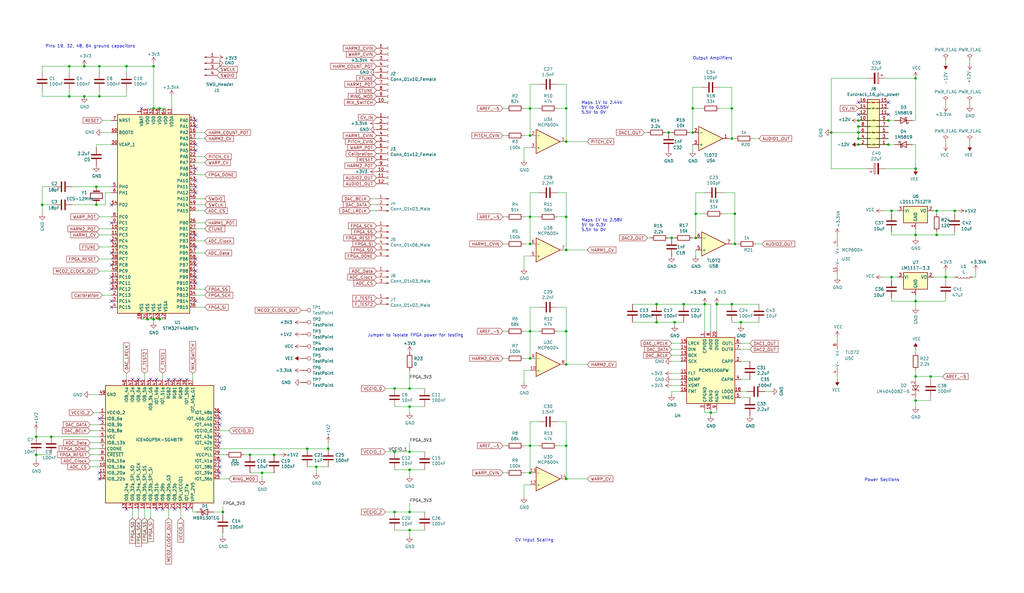
<source format=kicad_sch>
(kicad_sch (version 20230121) (generator eeschema)
  (paper "User" 431.8 250.012)
  (title_block (title "Addatone") (company "Mountjoy Modular"))
  (junction (at 67.31 45.72))
  (junction (at 238.76 139.7))
  (junction (at 138.43 189.23))
  (junction (at 361.95 58.42))
  (junction (at 29.21 40.64))
  (junction (at 374.65 60.96))
  (junction (at 223.52 187.96))
  (junction (at 35.56 27.94))
  (junction (at 309.88 90.17))
  (junction (at 386.08 99.06))
  (junction (at 276.86 128.27))
  (junction (at 402.59 88.9))
  (junction (at 297.18 128.27))
  (junction (at 172.72 215.9))
  (junction (at 133.35 196.85))
  (junction (at 115.57 191.77))
  (junction (at 288.29 128.27))
  (junction (at 374.65 50.8))
  (junction (at 40.64 78.74))
  (junction (at 361.95 55.88))
  (junction (at 238.76 201.93))
  (junction (at 238.76 91.44))
  (junction (at 281.94 55.88))
  (junction (at 93.98 215.9))
  (junction (at 15.24 184.15))
  (junction (at 308.61 45.72))
  (junction (at 299.72 173.99))
  (junction (at 312.42 135.89))
  (junction (at 375.92 88.9))
  (junction (at 166.37 190.5))
  (junction (at 223.52 45.72))
  (junction (at 172.72 163.83))
  (junction (at 350.52 55.88))
  (junction (at 223.52 57.15))
  (junction (at 293.37 90.17))
  (junction (at 394.97 88.9))
  (junction (at 41.91 27.94))
  (junction (at 223.52 102.87))
  (junction (at 361.95 53.34))
  (junction (at 166.37 215.9))
  (junction (at 308.61 128.27))
  (junction (at 361.95 50.8))
  (junction (at 293.37 100.33))
  (junction (at 129.54 189.23))
  (junction (at 292.1 55.88))
  (junction (at 166.37 163.83))
  (junction (at 238.76 187.96))
  (junction (at 41.91 40.64))
  (junction (at 361.95 60.96))
  (junction (at 21.59 184.15))
  (junction (at 40.64 86.36))
  (junction (at 386.08 33.02))
  (junction (at 64.77 45.72))
  (junction (at 64.77 134.62))
  (junction (at 17.78 86.36))
  (junction (at 392.43 158.75))
  (junction (at 223.52 199.39))
  (junction (at 223.52 91.44))
  (junction (at 223.52 151.13))
  (junction (at 283.21 100.33))
  (junction (at 309.88 102.87))
  (junction (at 110.49 199.39))
  (junction (at 53.34 27.94))
  (junction (at 62.23 134.62))
  (junction (at 172.72 223.52))
  (junction (at 386.08 168.91))
  (junction (at 238.76 153.67))
  (junction (at 308.61 58.42))
  (junction (at 67.31 134.62))
  (junction (at 386.08 127))
  (junction (at 238.76 105.41))
  (junction (at 276.86 135.89))
  (junction (at 292.1 45.72))
  (junction (at 105.41 191.77))
  (junction (at 238.76 45.72))
  (junction (at 284.48 135.89))
  (junction (at 64.77 27.94))
  (junction (at 302.26 128.27))
  (junction (at 375.92 116.84))
  (junction (at 35.56 40.64))
  (junction (at 223.52 139.7))
  (junction (at 172.72 190.5))
  (junction (at 386.08 158.75))
  (junction (at 172.72 171.45))
  (junction (at 394.97 99.06))
  (junction (at 15.24 191.77))
  (junction (at 238.76 59.69))
  (junction (at 398.78 116.84))
  (junction (at 29.21 27.94))
  (junction (at 386.08 71.12))
  (junction (at 172.72 198.12))
  (no_connect (at 53.34 214.63))
  (no_connect (at 78.74 160.02))
  (no_connect (at 374.65 48.26))
  (no_connect (at 73.66 160.02))
  (no_connect (at 82.55 60.96))
  (no_connect (at 92.71 199.39))
  (no_connect (at 374.65 43.18))
  (no_connect (at 46.99 129.54))
  (no_connect (at 361.95 43.18))
  (no_connect (at 58.42 160.02))
  (no_connect (at 361.95 48.26))
  (no_connect (at 46.99 101.6))
  (no_connect (at 76.2 160.02))
  (no_connect (at 46.99 93.98))
  (no_connect (at 82.55 127))
  (no_connect (at 82.55 53.34))
  (no_connect (at 92.71 194.31))
  (no_connect (at 92.71 179.07))
  (no_connect (at 92.71 184.15))
  (no_connect (at 82.55 76.2))
  (no_connect (at 82.55 50.8))
  (no_connect (at 46.99 86.36))
  (no_connect (at 92.71 186.69))
  (no_connect (at 82.55 119.38))
  (no_connect (at 71.12 160.02))
  (no_connect (at 63.5 160.02))
  (no_connect (at 92.71 176.53))
  (no_connect (at 78.74 214.63))
  (no_connect (at 73.66 214.63))
  (no_connect (at 92.71 173.99))
  (no_connect (at 82.55 78.74))
  (no_connect (at 82.55 63.5))
  (no_connect (at 82.55 99.06))
  (no_connect (at 92.71 196.85))
  (no_connect (at 46.99 127))
  (no_connect (at 59.69 45.72))
  (no_connect (at 41.91 201.93))
  (no_connect (at 66.04 160.02))
  (no_connect (at 46.99 116.84))
  (no_connect (at 46.99 121.92))
  (no_connect (at 82.55 81.28))
  (no_connect (at 46.99 119.38))
  (no_connect (at 66.04 214.63))
  (no_connect (at 82.55 111.76))
  (no_connect (at 46.99 106.68))
  (no_connect (at 41.91 176.53))
  (no_connect (at 82.55 116.84))
  (no_connect (at 82.55 104.14))
  (no_connect (at 82.55 109.22))
  (no_connect (at 82.55 114.3))
  (no_connect (at 41.91 199.39))
  (no_connect (at 46.99 111.76))
  (no_connect (at 68.58 214.63))
  (no_connect (at 82.55 71.12))
  (no_connect (at 55.88 160.02))
  (wire (pts (xy 247.65 59.69) (xy 238.76 59.69)))
  (wire (pts (xy 38.1 179.07) (xy 41.91 179.07)))
  (wire (pts (xy 295.91 36.83) (xy 292.1 36.83)))
  (wire (pts (xy 166.37 198.12) (xy 172.72 198.12)))
  (wire (pts (xy 374.65 53.34) (xy 361.95 53.34)))
  (wire (pts (xy 295.91 45.72) (xy 292.1 45.72)))
  (wire (pts (xy 29.21 40.64) (xy 35.56 40.64)))
  (wire (pts (xy 72.39 40.64) (xy 72.39 45.72)))
  (wire (pts (xy 386.08 168.91) (xy 386.08 171.45)))
  (wire (pts (xy 44.45 81.28) (xy 46.99 81.28)))
  (wire (pts (xy 21.59 184.15) (xy 15.24 184.15)))
  (wire (pts (xy 281.94 100.33) (xy 283.21 100.33)))
  (wire (pts (xy 92.71 181.61) (xy 96.52 181.61)))
  (wire (pts (xy 280.67 55.88) (xy 281.94 55.88)))
  (wire (pts (xy 220.98 57.15) (xy 223.52 57.15)))
  (wire (pts (xy 386.08 71.12) (xy 373.38 71.12)))
  (wire (pts (xy 375.92 118.11) (xy 375.92 116.84)))
  (wire (pts (xy 398.78 116.84) (xy 402.59 116.84)))
  (wire (pts (xy 220.98 107.95) (xy 220.98 113.03)))
  (wire (pts (xy 284.48 135.89) (xy 288.29 135.89)))
  (wire (pts (xy 386.08 147.32) (xy 386.08 148.59)))
  (wire (pts (xy 82.55 96.52) (xy 86.36 96.52)))
  (wire (pts (xy 309.88 102.87) (xy 311.15 102.87)))
  (wire (pts (xy 365.76 33.02) (xy 350.52 33.02)))
  (wire (pts (xy 374.65 60.96) (xy 377.19 60.96)))
  (wire (pts (xy 283.21 144.78) (xy 287.02 144.78)))
  (wire (pts (xy 81.28 215.9) (xy 82.55 215.9)))
  (wire (pts (xy 299.72 128.27) (xy 297.18 128.27)))
  (wire (pts (xy 53.34 27.94) (xy 64.77 27.94)))
  (wire (pts (xy 227.33 187.96) (xy 223.52 187.96)))
  (wire (pts (xy 398.78 59.69) (xy 398.78 60.96)))
  (wire (pts (xy 238.76 187.96) (xy 238.76 201.93)))
  (wire (pts (xy 17.78 78.74) (xy 17.78 86.36)))
  (wire (pts (xy 283.21 152.4) (xy 287.02 152.4)))
  (wire (pts (xy 284.48 137.16) (xy 284.48 135.89)))
  (wire (pts (xy 312.42 152.4) (xy 316.23 152.4)))
  (wire (pts (xy 53.34 30.48) (xy 53.34 27.94)))
  (wire (pts (xy 293.37 90.17) (xy 293.37 100.33)))
  (wire (pts (xy 297.18 81.28) (xy 293.37 81.28)))
  (wire (pts (xy 212.09 45.72) (xy 213.36 45.72)))
  (wire (pts (xy 353.06 99.06) (xy 353.06 100.33)))
  (wire (pts (xy 361.95 50.8) (xy 374.65 50.8)))
  (wire (pts (xy 386.08 127) (xy 398.78 127)))
  (wire (pts (xy 392.43 160.02) (xy 392.43 158.75)))
  (wire (pts (xy 394.97 90.17) (xy 394.97 88.9)))
  (wire (pts (xy 361.95 60.96) (xy 374.65 60.96)))
  (wire (pts (xy 392.43 158.75) (xy 386.08 158.75)))
  (wire (pts (xy 397.51 158.75) (xy 392.43 158.75)))
  (wire (pts (xy 220.98 62.23) (xy 220.98 67.31)))
  (wire (pts (xy 353.06 158.75) (xy 353.06 160.02)))
  (wire (pts (xy 212.09 91.44) (xy 213.36 91.44)))
  (wire (pts (xy 82.55 88.9) (xy 86.36 88.9)))
  (wire (pts (xy 93.98 215.9) (xy 93.98 213.36)))
  (wire (pts (xy 41.91 99.06) (xy 46.99 99.06)))
  (wire (pts (xy 299.72 172.72) (xy 299.72 173.99)))
  (wire (pts (xy 375.92 99.06) (xy 386.08 99.06)))
  (wire (pts (xy 374.65 55.88) (xy 361.95 55.88)))
  (wire (pts (xy 41.91 27.94) (xy 35.56 27.94)))
  (wire (pts (xy 297.18 173.99) (xy 299.72 173.99)))
  (wire (pts (xy 82.55 121.92) (xy 86.36 121.92)))
  (wire (pts (xy 394.97 97.79) (xy 394.97 99.06)))
  (wire (pts (xy 292.1 36.83) (xy 292.1 45.72)))
  (wire (pts (xy 299.72 128.27) (xy 299.72 139.7)))
  (wire (pts (xy 29.21 27.94) (xy 35.56 27.94)))
  (wire (pts (xy 402.59 88.9) (xy 403.86 88.9)))
  (wire (pts (xy 172.72 226.06) (xy 172.72 223.52)))
  (wire (pts (xy 39.37 173.99) (xy 41.91 173.99)))
  (wire (pts (xy 82.55 86.36) (xy 86.36 86.36)))
  (wire (pts (xy 15.24 181.61) (xy 15.24 184.15)))
  (wire (pts (xy 223.52 139.7) (xy 223.52 151.13)))
  (wire (pts (xy 234.95 91.44) (xy 238.76 91.44)))
  (wire (pts (xy 234.95 139.7) (xy 238.76 139.7)))
  (wire (pts (xy 361.95 58.42) (xy 361.95 55.88)))
  (wire (pts (xy 398.78 114.3) (xy 398.78 116.84)))
  (wire (pts (xy 38.1 186.69) (xy 41.91 186.69)))
  (wire (pts (xy 172.72 190.5) (xy 179.07 190.5)))
  (wire (pts (xy 227.33 177.8) (xy 223.52 177.8)))
  (wire (pts (xy 220.98 102.87) (xy 223.52 102.87)))
  (wire (pts (xy 41.91 109.22) (xy 46.99 109.22)))
  (wire (pts (xy 82.55 55.88) (xy 86.36 55.88)))
  (wire (pts (xy 375.92 127) (xy 386.08 127)))
  (wire (pts (xy 274.32 100.33) (xy 273.05 100.33)))
  (wire (pts (xy 393.7 116.84) (xy 398.78 116.84)))
  (wire (pts (xy 166.37 171.45) (xy 172.72 171.45)))
  (wire (pts (xy 266.7 128.27) (xy 276.86 128.27)))
  (wire (pts (xy 220.98 151.13) (xy 223.52 151.13)))
  (wire (pts (xy 292.1 45.72) (xy 292.1 55.88)))
  (wire (pts (xy 223.52 156.21) (xy 220.98 156.21)))
  (wire (pts (xy 60.96 214.63) (xy 60.96 218.44)))
  (wire (pts (xy 76.2 214.63) (xy 76.2 218.44)))
  (wire (pts (xy 102.87 191.77) (xy 105.41 191.77)))
  (wire (pts (xy 166.37 223.52) (xy 172.72 223.52)))
  (wire (pts (xy 82.55 68.58) (xy 86.36 68.58)))
  (wire (pts (xy 220.98 199.39) (xy 223.52 199.39)))
  (wire (pts (xy 297.18 90.17) (xy 293.37 90.17)))
  (wire (pts (xy 38.1 189.23) (xy 41.91 189.23)))
  (wire (pts (xy 386.08 167.64) (xy 386.08 168.91)))
  (wire (pts (xy 220.98 204.47) (xy 220.98 209.55)))
  (wire (pts (xy 63.5 214.63) (xy 63.5 218.44)))
  (wire (pts (xy 172.72 190.5) (xy 166.37 190.5)))
  (wire (pts (xy 133.35 196.85) (xy 138.43 196.85)))
  (wire (pts (xy 17.78 30.48) (xy 17.78 27.94)))
  (wire (pts (xy 375.92 125.73) (xy 375.92 127)))
  (wire (pts (xy 302.26 172.72) (xy 302.26 173.99)))
  (wire (pts (xy 227.33 45.72) (xy 223.52 45.72)))
  (wire (pts (xy 38.1 194.31) (xy 41.91 194.31)))
  (wire (pts (xy 227.33 129.54) (xy 223.52 129.54)))
  (wire (pts (xy 40.64 60.96) (xy 40.64 62.23)))
  (wire (pts (xy 411.48 116.84) (xy 410.21 116.84)))
  (wire (pts (xy 212.09 187.96) (xy 213.36 187.96)))
  (wire (pts (xy 129.54 189.23) (xy 138.43 189.23)))
  (wire (pts (xy 386.08 33.02) (xy 373.38 33.02)))
  (wire (pts (xy 287.02 165.1) (xy 283.21 165.1)))
  (wire (pts (xy 82.55 58.42) (xy 86.36 58.42)))
  (wire (pts (xy 293.37 105.41) (xy 293.37 107.95)))
  (wire (pts (xy 220.98 45.72) (xy 223.52 45.72)))
  (wire (pts (xy 133.35 199.39) (xy 133.35 196.85)))
  (wire (pts (xy 38.1 191.77) (xy 41.91 191.77)))
  (wire (pts (xy 394.97 99.06) (xy 386.08 99.06)))
  (wire (pts (xy 247.65 201.93) (xy 238.76 201.93)))
  (wire (pts (xy 40.64 78.74) (xy 30.48 78.74)))
  (wire (pts (xy 408.94 25.4) (xy 408.94 26.67)))
  (wire (pts (xy 220.98 91.44) (xy 223.52 91.44)))
  (wire (pts (xy 110.49 199.39) (xy 115.57 199.39)))
  (wire (pts (xy 308.61 135.89) (xy 312.42 135.89)))
  (wire (pts (xy 402.59 99.06) (xy 394.97 99.06)))
  (wire (pts (xy 162.56 190.5) (xy 166.37 190.5)))
  (wire (pts (xy 386.08 127) (xy 386.08 129.54)))
  (wire (pts (xy 64.77 134.62) (xy 67.31 134.62)))
  (wire (pts (xy 292.1 60.96) (xy 292.1 63.5)))
  (wire (pts (xy 283.21 162.56) (xy 287.02 162.56)))
  (wire (pts (xy 276.86 128.27) (xy 288.29 128.27)))
  (wire (pts (xy 398.78 43.18) (xy 398.78 44.45)))
  (wire (pts (xy 350.52 55.88) (xy 361.95 55.88)))
  (wire (pts (xy 238.76 91.44) (xy 238.76 105.41)))
  (wire (pts (xy 297.18 172.72) (xy 297.18 173.99)))
  (wire (pts (xy 67.31 134.62) (xy 69.85 134.62)))
  (wire (pts (xy 361.95 53.34) (xy 361.95 55.88)))
  (wire (pts (xy 386.08 96.52) (xy 386.08 99.06)))
  (wire (pts (xy 372.11 116.84) (xy 375.92 116.84)))
  (wire (pts (xy 386.08 99.06) (xy 386.08 100.33)))
  (wire (pts (xy 308.61 102.87) (xy 309.88 102.87)))
  (wire (pts (xy 58.42 214.63) (xy 58.42 218.44)))
  (wire (pts (xy 312.42 147.32) (xy 316.23 147.32)))
  (wire (pts (xy 398.78 116.84) (xy 398.78 118.11)))
  (wire (pts (xy 17.78 86.36) (xy 17.78 90.17)))
  (wire (pts (xy 227.33 139.7) (xy 223.52 139.7)))
  (wire (pts (xy 384.81 60.96) (xy 386.08 60.96)))
  (wire (pts (xy 223.52 177.8) (xy 223.52 187.96)))
  (wire (pts (xy 302.26 128.27) (xy 302.26 139.7)))
  (wire (pts (xy 15.24 191.77) (xy 15.24 194.31)))
  (wire (pts (xy 68.58 157.48) (xy 68.58 160.02)))
  (wire (pts (xy 283.21 160.02) (xy 287.02 160.02)))
  (wire (pts (xy 223.52 204.47) (xy 220.98 204.47)))
  (wire (pts (xy 90.17 215.9) (xy 93.98 215.9)))
  (wire (pts (xy 283.21 100.33) (xy 284.48 100.33)))
  (wire (pts (xy 212.09 139.7) (xy 213.36 139.7)))
  (wire (pts (xy 212.09 199.39) (xy 213.36 199.39)))
  (wire (pts (xy 60.96 157.48) (xy 60.96 160.02)))
  (wire (pts (xy 302.26 128.27) (xy 308.61 128.27)))
  (wire (pts (xy 238.76 129.54) (xy 238.76 139.7)))
  (wire (pts (xy 312.42 144.78) (xy 316.23 144.78)))
  (wire (pts (xy 41.91 96.52) (xy 46.99 96.52)))
  (wire (pts (xy 29.21 38.1) (xy 29.21 40.64)))
  (wire (pts (xy 365.76 71.12) (xy 350.52 71.12)))
  (wire (pts (xy 361.95 45.72) (xy 374.65 45.72)))
  (wire (pts (xy 386.08 60.96) (xy 386.08 71.12)))
  (wire (pts (xy 220.98 139.7) (xy 223.52 139.7)))
  (wire (pts (xy 41.91 114.3) (xy 46.99 114.3)))
  (wire (pts (xy 62.23 45.72) (xy 64.77 45.72)))
  (wire (pts (xy 234.95 177.8) (xy 238.76 177.8)))
  (wire (pts (xy 234.95 187.96) (xy 238.76 187.96)))
  (wire (pts (xy 299.72 173.99) (xy 299.72 175.26)))
  (wire (pts (xy 283.21 165.1) (xy 283.21 166.37)))
  (wire (pts (xy 386.08 50.8) (xy 386.08 33.02)))
  (wire (pts (xy 41.91 38.1) (xy 41.91 40.64)))
  (wire (pts (xy 308.61 36.83) (xy 308.61 45.72)))
  (wire (pts (xy 212.09 102.87) (xy 213.36 102.87)))
  (wire (pts (xy 238.76 35.56) (xy 238.76 45.72)))
  (wire (pts (xy 55.88 218.44) (xy 55.88 214.63)))
  (wire (pts (xy 227.33 91.44) (xy 223.52 91.44)))
  (wire (pts (xy 292.1 100.33) (xy 293.37 100.33)))
  (wire (pts (xy 110.49 201.93) (xy 110.49 199.39)))
  (wire (pts (xy 82.55 129.54) (xy 86.36 129.54)))
  (wire (pts (xy 92.71 191.77) (xy 95.25 191.77)))
  (wire (pts (xy 156.21 86.36) (xy 158.75 86.36)))
  (wire (pts (xy 41.91 184.15) (xy 21.59 184.15)))
  (wire (pts (xy 238.76 81.28) (xy 238.76 91.44)))
  (wire (pts (xy 303.53 36.83) (xy 308.61 36.83)))
  (wire (pts (xy 247.65 105.41) (xy 238.76 105.41)))
  (wire (pts (xy 408.94 43.18) (xy 408.94 44.45)))
  (wire (pts (xy 322.58 165.1) (xy 325.12 165.1)))
  (wire (pts (xy 350.52 33.02) (xy 350.52 55.88)))
  (wire (pts (xy 41.91 30.48) (xy 41.91 27.94)))
  (wire (pts (xy 38.1 196.85) (xy 41.91 196.85)))
  (wire (pts (xy 162.56 163.83) (xy 166.37 163.83)))
  (wire (pts (xy 402.59 88.9) (xy 402.59 90.17)))
  (wire (pts (xy 283.21 149.86) (xy 287.02 149.86)))
  (wire (pts (xy 308.61 45.72) (xy 303.53 45.72)))
  (wire (pts (xy 384.81 50.8) (xy 386.08 50.8)))
  (wire (pts (xy 281.94 55.88) (xy 283.21 55.88)))
  (wire (pts (xy 172.72 198.12) (xy 179.07 198.12)))
  (wire (pts (xy 212.09 151.13) (xy 213.36 151.13)))
  (wire (pts (xy 317.5 58.42) (xy 320.04 58.42)))
  (wire (pts (xy 223.52 62.23) (xy 220.98 62.23)))
  (wire (pts (xy 129.54 196.85) (xy 133.35 196.85)))
  (wire (pts (xy 43.18 55.88) (xy 46.99 55.88)))
  (wire (pts (xy 71.12 214.63) (xy 71.12 218.44)))
  (wire (pts (xy 96.52 201.93) (xy 92.71 201.93)))
  (wire (pts (xy 386.08 124.46) (xy 386.08 127)))
  (wire (pts (xy 234.95 35.56) (xy 238.76 35.56)))
  (wire (pts (xy 293.37 81.28) (xy 293.37 90.17)))
  (wire (pts (xy 312.42 167.64) (xy 316.23 167.64)))
  (wire (pts (xy 93.98 224.79) (xy 93.98 226.06)))
  (wire (pts (xy 386.08 168.91) (xy 392.43 168.91)))
  (wire (pts (xy 238.76 139.7) (xy 238.76 153.67)))
  (wire (pts (xy 138.43 186.69) (xy 138.43 189.23)))
  (wire (pts (xy 38.1 166.37) (xy 41.91 166.37)))
  (wire (pts (xy 223.52 107.95) (xy 220.98 107.95)))
  (wire (pts (xy 276.86 135.89) (xy 284.48 135.89)))
  (wire (pts (xy 302.26 173.99) (xy 299.72 173.99)))
  (wire (pts (xy 227.33 81.28) (xy 223.52 81.28)))
  (wire (pts (xy 86.36 124.46) (xy 82.55 124.46)))
  (wire (pts (xy 375.92 88.9) (xy 378.46 88.9)))
  (wire (pts (xy 82.55 106.68) (xy 86.36 106.68)))
  (wire (pts (xy 402.59 97.79) (xy 402.59 99.06)))
  (wire (pts (xy 386.08 158.75) (xy 386.08 160.02)))
  (wire (pts (xy 172.72 223.52) (xy 179.07 223.52)))
  (wire (pts (xy 309.88 81.28) (xy 309.88 90.17)))
  (wire (pts (xy 234.95 45.72) (xy 238.76 45.72)))
  (wire (pts (xy 22.86 78.74) (xy 17.78 78.74)))
  (wire (pts (xy 234.95 129.54) (xy 238.76 129.54)))
  (wire (pts (xy 46.99 78.74) (xy 40.64 78.74)))
  (wire (pts (xy 386.08 156.21) (xy 386.08 158.75)))
  (wire (pts (xy 35.56 40.64) (xy 41.91 40.64)))
  (wire (pts (xy 393.7 88.9) (xy 394.97 88.9)))
  (wire (pts (xy 81.28 214.63) (xy 81.28 215.9)))
  (wire (pts (xy 17.78 40.64) (xy 17.78 38.1)))
  (wire (pts (xy 374.65 50.8) (xy 377.19 50.8)))
  (wire (pts (xy 353.06 142.24) (xy 353.06 143.51)))
  (wire (pts (xy 304.8 81.28) (xy 309.88 81.28)))
  (wire (pts (xy 309.88 90.17) (xy 304.8 90.17)))
  (wire (pts (xy 288.29 128.27) (xy 297.18 128.27)))
  (wire (pts (xy 247.65 153.67) (xy 238.76 153.67)))
  (wire (pts (xy 172.72 163.83) (xy 179.07 163.83)))
  (wire (pts (xy 81.28 157.48) (xy 81.28 160.02)))
  (wire (pts (xy 172.72 215.9) (xy 179.07 215.9)))
  (wire (pts (xy 227.33 35.56) (xy 223.52 35.56)))
  (wire (pts (xy 17.78 40.64) (xy 29.21 40.64)))
  (wire (pts (xy 64.77 45.72) (xy 67.31 45.72)))
  (wire (pts (xy 64.77 134.62) (xy 64.77 135.89)))
  (wire (pts (xy 223.52 91.44) (xy 223.52 102.87)))
  (wire (pts (xy 44.45 86.36) (xy 40.64 86.36)))
  (wire (pts (xy 62.23 134.62) (xy 64.77 134.62)))
  (wire (pts (xy 172.72 200.66) (xy 172.72 198.12)))
  (wire (pts (xy 297.18 128.27) (xy 297.18 139.7)))
  (wire (pts (xy 350.52 71.12) (xy 350.52 55.88)))
  (wire (pts (xy 41.91 91.44) (xy 46.99 91.44)))
  (wire (pts (xy 220.98 156.21) (xy 220.98 161.29)))
  (wire (pts (xy 64.77 27.94) (xy 64.77 45.72)))
  (wire (pts (xy 21.59 191.77) (xy 15.24 191.77)))
  (wire (pts (xy 375.92 116.84) (xy 378.46 116.84)))
  (wire (pts (xy 394.97 88.9) (xy 402.59 88.9)))
  (wire (pts (xy 374.65 58.42) (xy 361.95 58.42)))
  (wire (pts (xy 353.06 115.57) (xy 353.06 116.84)))
  (wire (pts (xy 220.98 187.96) (xy 223.52 187.96)))
  (wire (pts (xy 30.48 86.36) (xy 40.64 86.36)))
  (wire (pts (xy 82.55 93.98) (xy 86.36 93.98)))
  (wire (pts (xy 82.55 101.6) (xy 86.36 101.6)))
  (wire (pts (xy 156.21 88.9) (xy 158.75 88.9)))
  (wire (pts (xy 375.92 97.79) (xy 375.92 99.06)))
  (wire (pts (xy 372.11 88.9) (xy 375.92 88.9)))
  (wire (pts (xy 64.77 26.67) (xy 64.77 27.94)))
  (wire (pts (xy 59.69 134.62) (xy 62.23 134.62)))
  (wire (pts (xy 223.52 187.96) (xy 223.52 199.39)))
  (wire (pts (xy 41.91 40.64) (xy 53.34 40.64)))
  (wire (pts (xy 312.42 135.89) (xy 320.04 135.89)))
  (wire (pts (xy 118.11 191.77) (xy 115.57 191.77)))
  (wire (pts (xy 46.99 50.8) (xy 43.18 50.8)))
  (wire (pts (xy 17.78 86.36) (xy 22.86 86.36)))
  (wire (pts (xy 92.71 189.23) (xy 129.54 189.23)))
  (wire (pts (xy 307.34 58.42) (xy 308.61 58.42)))
  (wire (pts (xy 238.76 45.72) (xy 238.76 59.69)))
  (wire (pts (xy 82.55 83.82) (xy 86.36 83.82)))
  (wire (pts (xy 398.78 25.4) (xy 398.78 26.67)))
  (wire (pts (xy 266.7 135.89) (xy 276.86 135.89)))
  (wire (pts (xy 308.61 128.27) (xy 320.04 128.27)))
  (wire (pts (xy 271.78 55.88) (xy 273.05 55.88)))
  (wire (pts (xy 375.92 90.17) (xy 375.92 88.9)))
  (wire (pts (xy 223.52 45.72) (xy 223.52 57.15)))
  (wire (pts (xy 17.78 27.94) (xy 29.21 27.94)))
  (wire (pts (xy 411.48 114.3) (xy 411.48 116.84)))
  (wire (pts (xy 29.21 30.48) (xy 29.21 27.94)))
  (wire (pts (xy 223.52 81.28) (xy 223.52 91.44)))
  (wire (pts (xy 41.91 104.14) (xy 46.99 104.14)))
  (wire (pts (xy 172.72 215.9) (xy 166.37 215.9)))
  (wire (pts (xy 105.41 199.39) (xy 110.49 199.39)))
  (wire (pts (xy 53.34 40.64) (xy 53.34 38.1)))
  (wire (pts (xy 53.34 157.48) (xy 53.34 160.02)))
  (wire (pts (xy 398.78 125.73) (xy 398.78 127)))
  (wire (pts (xy 234.95 81.28) (xy 238.76 81.28)))
  (wire (pts (xy 212.09 57.15) (xy 213.36 57.15)))
  (wire (pts (xy 172.72 171.45) (xy 179.07 171.45)))
  (wire (pts (xy 46.99 124.46) (xy 43.18 124.46)))
  (wire (pts (xy 44.45 86.36) (xy 44.45 81.28)))
  (wire (pts (xy 38.1 181.61) (xy 41.91 181.61)))
  (wire (pts (xy 93.98 215.9) (xy 93.98 217.17)))
  (wire (pts (xy 172.72 186.69) (xy 172.72 190.5)))
  (wire (pts (xy 283.21 147.32) (xy 287.02 147.32)))
  (wire (pts (xy 67.31 45.72) (xy 69.85 45.72)))
  (wire (pts (xy 172.72 163.83) (xy 166.37 163.83)))
  (wire (pts (xy 392.43 168.91) (xy 392.43 167.64)))
  (wire (pts (xy 82.55 66.04) (xy 86.36 66.04)))
  (wire (pts (xy 105.41 191.77) (xy 115.57 191.77)))
  (wire (pts (xy 64.77 45.72) (xy 64.77 46.99)))
  (wire (pts (xy 308.61 58.42) (xy 308.61 45.72)))
  (wire (pts (xy 82.55 73.66) (xy 86.36 73.66)))
  (wire (pts (xy 156.21 83.82) (xy 158.75 83.82)))
  (wire (pts (xy 312.42 160.02) (xy 316.23 160.02)))
  (wire (pts (xy 408.94 59.69) (xy 408.94 60.96)))
  (wire (pts (xy 309.88 102.87) (xy 309.88 90.17)))
  (wire (pts (xy 46.99 60.96) (xy 40.64 60.96)))
  (wire (pts (xy 290.83 55.88) (xy 292.1 55.88)))
  (wire (pts (xy 172.72 212.09) (xy 172.72 215.9)))
  (wire (pts (xy 308.61 58.42) (xy 309.88 58.42)))
  (wire (pts (xy 312.42 137.16) (xy 312.42 135.89)))
  (wire (pts (xy 223.52 129.54) (xy 223.52 139.7)))
  (wire (pts (xy 318.77 102.87) (xy 321.31 102.87)))
  (wire (pts (xy 238.76 177.8) (xy 238.76 187.96)))
  (wire (pts (xy 162.56 215.9) (xy 166.37 215.9)))
  (wire (pts (xy 172.72 173.99) (xy 172.72 171.45)))
  (wire (pts (xy 312.42 165.1) (xy 314.96 165.1)))
  (wire (pts (xy 283.21 157.48) (xy 287.02 157.48)))
  (wire (pts (xy 53.34 27.94) (xy 41.91 27.94)))
  (wire (pts (xy 223.52 35.56) (xy 223.52 45.72)))
  (wire (pts (xy 172.72 156.21) (xy 172.72 163.83)))
  (text "Jumper to isolate FPGA power for testing" (at 154.94 142.24 0) (effects (font (size 1.27 1.27)) (justify left bottom)))
  (text "Power Sections" (at 364.49 203.2 0) (effects (font (size 1.27 1.27)) (justify left bottom)))
  (text "Maps 1V to 2.44V\n5V to 0.55V\n5.5V to 0V" (at 245.11 48.26 0) (effects (font (size 1.27 1.27)) (justify left bottom)))
  (text "Output Amplifiers" (at 292.1 25.4 0) (effects (font (size 1.27 1.27)) (justify left bottom)))
  (text "Maps 1V to 2.58V\n5V to 0.3V\n5.5V to 0V" (at 245.11 97.79 0) (effects (font (size 1.27 1.27)) (justify left bottom)))
  (text "CV Input Scaling" (at 217.17 228.6 0) (effects (font (size 1.27 1.27)) (justify left bottom)))
  (text "Pins 19, 32, 48, 64 ground capacitors" (at 19.05 20.32 0) (effects (font (size 1.27 1.27)) (justify left bottom)))
  (label "VCCIO_1" (at 163.83 190.5 0))
  (label "FPGA_3V3" (at 172.72 212.09 0))
  (label "FPGA_3V3" (at 93.98 213.36 0))
  (label "FPGA_3V3" (at 172.72 186.69 0))
  (label "FPGA_3V3" (at 172.72 160.02 0))
  (global_label "MCO2_CLOCK_OUT" (shape input) (at 41.91 114.3 180) (property "Intersheetrefs" "${INTERSHEET_REFS}" (effects hide)))
  (global_label "CV_IN" (shape input) (at 361.95 45.72 180) (property "Intersheetrefs" "${INTERSHEET_REFS}" (effects hide)))
  (global_label "FPGA_SS" (shape input) (at 60.96 218.44 270) (property "Intersheetrefs" "${INTERSHEET_REFS}" (effects hide)))
  (global_label "DAC_BCLK" (shape input) (at 156.21 83.82 180) (property "Intersheetrefs" "${INTERSHEET_REFS}" (effects hide)))
  (global_label "F_TEST1" (shape input) (at 158.75 125.73 180) (property "Intersheetrefs" "${INTERSHEET_REFS}" (effects hide)))
  (global_label "HARM_COUNT_POT" (shape input) (at 158.75 27.94 180) (property "Intersheetrefs" "${INTERSHEET_REFS}" (effects hide)))
  (global_label "RING_MOD" (shape input) (at 158.75 40.64 180) (property "Intersheetrefs" "${INTERSHEET_REFS}" (effects hide)))
  (global_label "HARM2_CVIN" (shape input) (at 212.09 151.13 180) (property "Intersheetrefs" "${INTERSHEET_REFS}" (effects hide)))
  (global_label "WARP_POT" (shape input) (at 41.91 91.44 180) (property "Intersheetrefs" "${INTERSHEET_REFS}" (effects hide)))
  (global_label "AUDIO2_OUT" (shape input) (at 321.31 102.87 0) (property "Intersheetrefs" "${INTERSHEET_REFS}" (effects hide)))
  (global_label "FPGA_SO" (shape input) (at 158.75 105.41 180) (property "Intersheetrefs" "${INTERSHEET_REFS}" (effects hide)))
  (global_label "AREF_-5" (shape input) (at 212.09 45.72 180) (property "Intersheetrefs" "${INTERSHEET_REFS}" (effects hide)))
  (global_label "DAC_DATA" (shape input) (at 156.21 86.36 180) (property "Intersheetrefs" "${INTERSHEET_REFS}" (effects hide)))
  (global_label "FPGA_DONE" (shape input) (at 38.1 189.23 180) (property "Intersheetrefs" "${INTERSHEET_REFS}" (effects hide)))
  (global_label "HARM1_CVIN" (shape input) (at 212.09 102.87 180) (property "Intersheetrefs" "${INTERSHEET_REFS}" (effects hide)))
  (global_label "CV_IN" (shape input) (at 158.75 49.53 180) (property "Intersheetrefs" "${INTERSHEET_REFS}" (effects hide)))
  (global_label "MIX_SWITCH" (shape input) (at 158.75 43.18 180) (property "Intersheetrefs" "${INTERSHEET_REFS}" (effects hide)))
  (global_label "ADC_Clock" (shape input) (at 86.36 101.6 0) (property "Intersheetrefs" "${INTERSHEET_REFS}" (effects hide)))
  (global_label "SWCLK" (shape input) (at 86.36 86.36 0) (property "Intersheetrefs" "${INTERSHEET_REFS}" (effects hide)))
  (global_label "HARM_COUNT_POT" (shape input) (at 86.36 55.88 0) (property "Intersheetrefs" "${INTERSHEET_REFS}" (effects hide)))
  (global_label "FTUNE" (shape input) (at 158.75 33.02 180) (property "Intersheetrefs" "${INTERSHEET_REFS}" (effects hide)))
  (global_label "VCCIO_1" (shape input) (at 162.56 190.5 180) (property "Intersheetrefs" "${INTERSHEET_REFS}" (effects hide)))
  (global_label "RESET" (shape input) (at 43.18 50.8 180) (property "Intersheetrefs" "${INTERSHEET_REFS}" (effects hide)))
  (global_label "Calibration" (shape input) (at 158.75 64.77 180) (property "Intersheetrefs" "${INTERSHEET_REFS}" (effects hide)))
  (global_label "HARM2_POT" (shape input) (at 158.75 69.85 180) (property "Intersheetrefs" "${INTERSHEET_REFS}" (effects hide)))
  (global_label "AREF_-5" (shape input) (at 397.51 158.75 0) (property "Intersheetrefs" "${INTERSHEET_REFS}" (effects hide)))
  (global_label "DAC_LRCLK" (shape input) (at 156.21 88.9 180) (property "Intersheetrefs" "${INTERSHEET_REFS}" (effects hide)))
  (global_label "PITCH_CVIN" (shape input) (at 158.75 59.69 180) (property "Intersheetrefs" "${INTERSHEET_REFS}" (effects hide)))
  (global_label "ADC_Data" (shape input) (at 158.75 114.3 180) (property "Intersheetrefs" "${INTERSHEET_REFS}" (effects hide)))
  (global_label "FPGA_RESET" (shape input) (at 158.75 100.33 180) (property "Intersheetrefs" "${INTERSHEET_REFS}" (effects hide)))
  (global_label "AUDIO2_OUT" (shape input) (at 158.75 74.93 180) (property "Intersheetrefs" "${INTERSHEET_REFS}" (effects hide)))
  (global_label "FPGA_SO" (shape input) (at 55.88 218.44 270) (property "Intersheetrefs" "${INTERSHEET_REFS}" (effects hide)))
  (global_label "WARP_CVIN" (shape input) (at 212.09 199.39 180) (property "Intersheetrefs" "${INTERSHEET_REFS}" (effects hide)))
  (global_label "DAC1_OUT" (shape input) (at 316.23 144.78 0) (property "Intersheetrefs" "${INTERSHEET_REFS}" (effects hide)))
  (global_label "MCO2_CLOCK_OUT" (shape input) (at 127 130.81 180) (property "Intersheetrefs" "${INTERSHEET_REFS}" (effects hide)))
  (global_label "FPGA_SCK" (shape input) (at 86.36 124.46 0) (property "Intersheetrefs" "${INTERSHEET_REFS}" (effects hide)))
  (global_label "AREF_-5" (shape input) (at 212.09 187.96 180) (property "Intersheetrefs" "${INTERSHEET_REFS}" (effects hide)))
  (global_label "SWDIO" (shape input) (at 86.36 83.82 0) (property "Intersheetrefs" "${INTERSHEET_REFS}" (effects hide)))
  (global_label "RING_MOD" (shape input) (at 96.52 201.93 0) (property "Intersheetrefs" "${INTERSHEET_REFS}" (effects hide)))
  (global_label "Calibration" (shape input) (at 43.18 124.46 180) (property "Intersheetrefs" "${INTERSHEET_REFS}" (effects hide)))
  (global_label "F_TEST1" (shape input) (at 68.58 157.48 90) (property "Intersheetrefs" "${INTERSHEET_REFS}" (effects hide)))
  (global_label "WARP_CVIN" (shape input) (at 158.75 22.86 180) (property "Intersheetrefs" "${INTERSHEET_REFS}" (effects hide)))
  (global_label "DAC_BCLK" (shape input) (at 283.21 149.86 180) (property "Intersheetrefs" "${INTERSHEET_REFS}" (effects hide)))
  (global_label "HARM1_CV" (shape input) (at 41.91 99.06 180) (property "Intersheetrefs" "${INTERSHEET_REFS}" (effects hide)))
  (global_label "WARP_CV" (shape input) (at 247.65 201.93 0) (property "Intersheetrefs" "${INTERSHEET_REFS}" (effects hide)))
  (global_label "HARM2_POT" (shape input) (at 41.91 96.52 180) (property "Intersheetrefs" "${INTERSHEET_REFS}" (effects hide)))
  (global_label "DAC_LRCLK" (shape input) (at 283.21 144.78 180) (property "Intersheetrefs" "${INTERSHEET_REFS}" (effects hide)))
  (global_label "ADC_Clock" (shape input) (at 158.75 116.84 180) (property "Intersheetrefs" "${INTERSHEET_REFS}" (effects hide)))
  (global_label "AUDIO1_OUT" (shape input) (at 158.75 77.47 180) (property "Intersheetrefs" "${INTERSHEET_REFS}" (effects hide)))
  (global_label "HARM2_CV" (shape input) (at 247.65 153.67 0) (property "Intersheetrefs" "${INTERSHEET_REFS}" (effects hide)))
  (global_label "AUDIO1_OUT" (shape input) (at 320.04 58.42 0) (property "Intersheetrefs" "${INTERSHEET_REFS}" (effects hide)))
  (global_label "FPGA_SCK" (shape input) (at 158.75 95.25 180) (property "Intersheetrefs" "${INTERSHEET_REFS}" (effects hide)))
  (global_label "FPGA_RESET" (shape input) (at 41.91 109.22 180) (property "Intersheetrefs" "${INTERSHEET_REFS}" (effects hide)))
  (global_label "AREF_-5" (shape input) (at 212.09 139.7 180) (property "Intersheetrefs" "${INTERSHEET_REFS}" (effects hide)))
  (global_label "SWDIO" (shape input) (at 91.44 31.75 0) (property "Intersheetrefs" "${INTERSHEET_REFS}" (effects hide)))
  (global_label "AREF_-5" (shape input) (at 212.09 91.44 180) (property "Intersheetrefs" "${INTERSHEET_REFS}" (effects hide)))
  (global_label "MCO2_CLOCK_OUT" (shape input) (at 71.12 218.44 270) (property "Intersheetrefs" "${INTERSHEET_REFS}" (effects hide)))
  (global_label "HARM2_CV" (shape input) (at 86.36 58.42 0) (property "Intersheetrefs" "${INTERSHEET_REFS}" (effects hide)))
  (global_label "CTUNE" (shape input) (at 158.75 38.1 180) (property "Intersheetrefs" "${INTERSHEET_REFS}" (effects hide)))
  (global_label "MIX_SWITCH" (shape input) (at 81.28 157.48 90) (property "Intersheetrefs" "${INTERSHEET_REFS}" (effects hide)))
  (global_label "FPGA_DONE" (shape input) (at 158.75 107.95 180) (property "Intersheetrefs" "${INTERSHEET_REFS}" (effects hide)))
  (global_label "FPGA_DONE" (shape input) (at 86.36 73.66 0) (property "Intersheetrefs" "${INTERSHEET_REFS}" (effects hide)))
  (global_label "DAC2_OUT" (shape input) (at 273.05 100.33 180) (property "Intersheetrefs" "${INTERSHEET_REFS}" (effects hide)))
  (global_label "HARM2_CVIN" (shape input) (at 158.75 20.32 180) (property "Intersheetrefs" "${INTERSHEET_REFS}" (effects hide)))
  (global_label "FTUNE" (shape input) (at 41.91 104.14 180) (property "Intersheetrefs" "${INTERSHEET_REFS}" (effects hide)))
  (global_label "VCCIO_0" (shape input) (at 96.52 181.61 0) (property "Intersheetrefs" "${INTERSHEET_REFS}" (effects hide)))
  (global_label "DAC_DATA" (shape input) (at 283.21 147.32 180) (property "Intersheetrefs" "${INTERSHEET_REFS}" (effects hide)))
  (global_label "VCCIO_1" (shape input) (at 76.2 218.44 270) (property "Intersheetrefs" "${INTERSHEET_REFS}" (effects hide)))
  (global_label "FPGA_RESET" (shape input) (at 38.1 191.77 180) (property "Intersheetrefs" "${INTERSHEET_REFS}" (effects hide)))
  (global_label "WARP_CV" (shape input) (at 86.36 68.58 0) (property "Intersheetrefs" "${INTERSHEET_REFS}" (effects hide)))
  (global_label "DAC_DATA" (shape input) (at 38.1 179.07 180) (property "Intersheetrefs" "${INTERSHEET_REFS}" (effects hide)))
  (global_label "FPGA_SI" (shape input) (at 63.5 218.44 270) (property "Intersheetrefs" "${INTERSHEET_REFS}" (effects hide)))
  (global_label "SWCLK" (shape input) (at 91.44 29.21 0) (property "Intersheetrefs" "${INTERSHEET_REFS}" (effects hide)))
  (global_label "PITCH_CV" (shape input) (at 247.65 59.69 0) (property "Intersheetrefs" "${INTERSHEET_REFS}" (effects hide)))
  (global_label "VCCIO_2" (shape input) (at 39.37 173.99 180) (property "Intersheetrefs" "${INTERSHEET_REFS}" (effects hide)))
  (global_label "WARP_POT" (shape input) (at 158.75 62.23 180) (property "Intersheetrefs" "${INTERSHEET_REFS}" (effects hide)))
  (global_label "HARM1_CVIN" (shape input) (at 158.75 57.15 180) (property "Intersheetrefs" "${INTERSHEET_REFS}" (effects hide)))
  (global_label "CTUNE" (shape input) (at 86.36 96.52 0) (property "Intersheetrefs" "${INTERSHEET_REFS}" (effects hide)))
  (global_label "F_TEST2" (shape input) (at 158.75 128.27 180) (property "Intersheetrefs" "${INTERSHEET_REFS}" (effects hide)))
  (global_label "VCCIO_2" (shape input) (at 162.56 215.9 180) (property "Intersheetrefs" "${INTERSHEET_REFS}" (effects hide)))
  (global_label "ADC_Data" (shape input) (at 38.1 186.69 180) (property "Intersheetrefs" "${INTERSHEET_REFS}" (effects hide)))
  (global_label "DAC_LRCLK" (shape input) (at 53.34 157.48 90) (property "Intersheetrefs" "${INTERSHEET_REFS}" (effects hide)))
  (global_label "VCCIO_0" (shape input) (at 162.56 163.83 180) (property "Intersheetrefs" "${INTERSHEET_REFS}" (effects hide)))
  (global_label "HARM1_CV" (shape input) (at 247.65 105.41 0) (property "Intersheetrefs" "${INTERSHEET_REFS}" (effects hide)))
  (global_label "ADC_CS" (shape input) (at 86.36 88.9 0) (property "Intersheetrefs" "${INTERSHEET_REFS}" (effects hide)))
  (global_label "PITCH_CVIN" (shape input) (at 212.09 57.15 180) (property "Intersheetrefs" "${INTERSHEET_REFS}" (effects hide)))
  (global_label "RESET" (shape input) (at 158.75 67.31 180) (property "Intersheetrefs" "${INTERSHEET_REFS}" (effects hide)))
  (global_label "PITCH_CV" (shape input) (at 86.36 66.04 0) (property "Intersheetrefs" "${INTERSHEET_REFS}" (effects hide)))
  (global_label "DAC1_OUT" (shape input) (at 271.78 55.88 180) (property "Intersheetrefs" "${INTERSHEET_REFS}" (effects hide)))
  (global_label "ADC_CS" (shape input) (at 158.75 119.38 180) (property "Intersheetrefs" "${INTERSHEET_REFS}" (effects hide)))
  (global_label "FPGA_SS" (shape input) (at 158.75 97.79 180) (property "Intersheetrefs" "${INTERSHEET_REFS}" (effects hide)))
  (global_label "FPGA_SS" (shape input) (at 86.36 121.92 0) (property "Intersheetrefs" "${INTERSHEET_REFS}" (effects hide)))
  (global_label "ADC_Clock" (shape input) (at 38.1 194.31 180) (property "Intersheetrefs" "${INTERSHEET_REFS}" (effects hide)))
  (global_label "F_TEST2" (shape input) (at 60.96 157.48 90) (property "Intersheetrefs" "${INTERSHEET_REFS}" (effects hide)))
  (global_label "FPGA_SCK" (shape input) (at 58.42 218.44 270) (property "Intersheetrefs" "${INTERSHEET_REFS}" (effects hide)))
  (global_label "DAC2_OUT" (shape input) (at 316.23 147.32 0) (property "Intersheetrefs" "${INTERSHEET_REFS}" (effects hide)))
  (global_label "HARM1_POT" (shape input) (at 158.75 35.56 180) (property "Intersheetrefs" "${INTERSHEET_REFS}" (effects hide)))
  (global_label "ADC_CS" (shape input) (at 38.1 196.85 180) (property "Intersheetrefs" "${INTERSHEET_REFS}" (effects hide)))
  (global_label "FPGA_SI" (shape input) (at 86.36 129.54 0) (property "Intersheetrefs" "${INTERSHEET_REFS}" (effects hide)))
  (global_label "FPGA_SI" (shape input) (at 158.75 102.87 180) (property "Intersheetrefs" "${INTERSHEET_REFS}" (effects hide)))
  (global_label "HARM1_POT" (shape input) (at 86.36 93.98 0) (property "Intersheetrefs" "${INTERSHEET_REFS}" (effects hide)))
  (global_label "DAC_BCLK" (shape input) (at 38.1 181.61 180) (property "Intersheetrefs" "${INTERSHEET_REFS}" (effects hide)))
  (global_label "ADC_Data" (shape input) (at 86.36 106.68 0) (property "Intersheetrefs" "${INTERSHEET_REFS}" (effects hide)))
  (symbol (lib_id "Device:C") (at 40.64 66.04 180) (unit 1)
    (property "Reference" "C5" (at 38.1 67.31 0) (effects (justify left)))
    (property "Value" "2.2uF" (at 38.1 64.77 0) (effects (justify left)))
    (property "Footprint" "Capacitors_SMD:C_0805_HandSoldering" (effects hide))
  )
  (symbol (lib_id "AddaTone components-rescue:Conn_01x04_Male-Connector") (at 86.36 26.67 0) (unit 1)
    (property "Reference" "J1" (at 91.44 38.1 0))
    (property "Value" "SWD_Header" (at 92.71 35.56 0))
    (property "Footprint" "Custom_Footprints:SWD_header" (effects hide))
  )
  (symbol (lib_id "AddaTone components-rescue:+3.3V-power") (at 91.44 24.13 270) (unit 1)
    (property "Reference" "#PWR014" (effects hide))
    (property "Value" "+3.3V" (at 94.6912 24.511 90) (effects (justify left)))
  )
  (symbol (lib_id "power:GND") (at 91.44 26.67 90) (unit 1)
    (property "Reference" "#PWR015" (effects hide))
    (property "Value" "GND" (at 94.6912 26.543 90) (effects (justify right)))
  )
  (symbol (lib_id "Device:Crystal") (at 40.64 82.55 90) (unit 1)
    (property "Reference" "Y1" (at 34.29 81.28 90) (effects (justify right)))
    (property "Value" "ECS-12MHz" (at 27.94 83.82 90) (effects (justify right)))
    (property "Footprint" "Crystals:Crystal_SMD_0603-2pin_6.0x3.5mm_HandSoldering" (effects hide))
  )
  (symbol (lib_id "Device:C") (at 26.67 78.74 270) (unit 1)
    (property "Reference" "C2" (at 21.59 77.47 90) (effects (justify left)))
    (property "Value" "18pF" (at 20.32 80.01 90) (effects (justify left)))
    (property "Footprint" "Capacitors_SMD:C_0805_HandSoldering" (effects hide))
  )
  (symbol (lib_id "Device:C") (at 26.67 86.36 270) (unit 1)
    (property "Reference" "C3" (at 21.59 85.09 90) (effects (justify left)))
    (property "Value" "18pF" (at 20.32 87.63 90) (effects (justify left)))
    (property "Footprint" "Capacitors_SMD:C_0805_HandSoldering" (effects hide))
  )
  (symbol (lib_id "power:GND") (at 17.78 90.17 0) (unit 1)
    (property "Reference" "#PWR01" (effects hide))
    (property "Value" "GND" (at 17.907 93.4212 90) (effects (justify right)))
  )
  (symbol (lib_id "AddaTone components-rescue:+3.3V-power") (at 64.77 26.67 0) (unit 1)
    (property "Reference" "#PWR011" (effects hide))
    (property "Value" "+3.3V" (at 64.77 22.86 0))
  )
  (symbol (lib_id "power:GND") (at 64.77 135.89 0) (unit 1)
    (property "Reference" "#PWR012" (effects hide))
    (property "Value" "GND" (at 64.897 140.2842 0))
  )
  (symbol (lib_id "AddaTone components-rescue:+3.3V-power") (at 35.56 27.94 0) (unit 1)
    (property "Reference" "#PWR03" (effects hide))
    (property "Value" "+3.3V" (at 35.941 23.5458 0))
  )
  (symbol (lib_id "Device:C") (at 17.78 34.29 0) (unit 1)
    (property "Reference" "C1" (at 20.701 33.1216 0) (effects (justify left)))
    (property "Value" "100nF" (at 20.701 35.433 0) (effects (justify left)))
    (property "Footprint" "Capacitors_SMD:C_0603_HandSoldering" (effects hide))
  )
  (symbol (lib_id "power:GND") (at 35.56 40.64 0) (unit 1)
    (property "Reference" "#PWR04" (effects hide))
    (property "Value" "GND" (at 35.687 45.0342 0))
  )
  (symbol (lib_id "Device:C") (at 29.21 34.29 0) (unit 1)
    (property "Reference" "C4" (at 32.131 33.1216 0) (effects (justify left)))
    (property "Value" "100nF" (at 32.131 35.433 0) (effects (justify left)))
    (property "Footprint" "Capacitors_SMD:C_0603_HandSoldering" (effects hide))
  )
  (symbol (lib_id "Device:C") (at 41.91 34.29 0) (unit 1)
    (property "Reference" "C8" (at 44.831 33.1216 0) (effects (justify left)))
    (property "Value" "100nF" (at 44.831 35.433 0) (effects (justify left)))
    (property "Footprint" "Capacitors_SMD:C_0805_HandSoldering" (effects hide))
  )
  (symbol (lib_id "Device:C") (at 53.34 34.29 0) (unit 1)
    (property "Reference" "C10" (at 56.261 33.1216 0) (effects (justify left)))
    (property "Value" "100nF" (at 56.261 35.433 0) (effects (justify left)))
    (property "Footprint" "Capacitors_SMD:C_0805_HandSoldering" (effects hide))
  )
  (symbol (lib_id "power:GND") (at 40.64 69.85 0) (unit 1)
    (property "Reference" "#PWR02" (effects hide))
    (property "Value" "GND" (at 40.767 74.2442 0))
  )
  (symbol (lib_id "power:PWR_FLAG") (at 408.94 43.18 0) (unit 1)
    (property "Reference" "#FLG05" (effects hide))
    (property "Value" "PWR_FLAG" (at 408.94 38.7604 0))
  )
  (symbol (lib_id "power:GND") (at 408.94 44.45 0) (unit 1)
    (property "Reference" "#PWR089" (effects hide))
    (property "Value" "GND" (at 409.067 48.8442 0))
  )
  (symbol (lib_id "power:GND") (at 386.08 100.33 0) (unit 1)
    (property "Reference" "#PWR072" (effects hide))
    (property "Value" "GND" (at 386.207 104.7242 0))
  )
  (symbol (lib_id "Amplifier_Operational:MCP6004") (at 231.14 59.69 0) (mirror x) (unit 1)
    (property "Reference" "U3" (at 231.14 50.3682 0))
    (property "Value" "MCP6004" (at 231.14 52.6796 0))
    (property "Footprint" "SMD_Packages:SOIC-14_N" (effects hide))
    (property "Datasheet" "http://ww1.microchip.com/downloads/en/DeviceDoc/21733j.pdf" (effects hide))
  )
  (symbol (lib_id "Device:R") (at 231.14 45.72 270) (unit 1)
    (property "Reference" "R10" (at 231.14 40.4622 90))
    (property "Value" "47k" (at 231.14 42.7736 90))
    (property "Footprint" "Resistors_SMD:R_0805_HandSoldering" (effects hide))
  )
  (symbol (lib_id "Device:R") (at 217.17 45.72 270) (unit 1)
    (property "Reference" "R2" (at 217.17 40.4622 90))
    (property "Value" "82k" (at 217.17 42.7736 90))
    (property "Footprint" "Resistors_SMD:R_0805_HandSoldering" (effects hide))
  )
  (symbol (lib_id "Device:R") (at 217.17 57.15 270) (unit 1)
    (property "Reference" "R3" (at 217.17 59.69 90))
    (property "Value" "100k" (at 217.17 62.23 90))
    (property "Footprint" "Resistors_SMD:R_0805_HandSoldering" (effects hide))
  )
  (symbol (lib_id "power:GND") (at 220.98 67.31 0) (unit 1)
    (property "Reference" "#PWR042" (effects hide))
    (property "Value" "GND" (at 221.107 71.7042 0))
  )
  (symbol (lib_id "Device:C") (at 231.14 35.56 90) (unit 1)
    (property "Reference" "C27" (at 231.14 29.1592 90))
    (property "Value" "1.5nF" (at 231.14 31.4706 90))
    (property "Footprint" "Capacitors_SMD:C_0805_HandSoldering" (effects hide))
  )
  (symbol (lib_id "Reference_Voltage:LM4040DBZ-10") (at 386.08 163.83 270) (unit 1)
    (property "Reference" "D2" (at 379.73 162.56 90) (effects (justify left)))
    (property "Value" "LM4040DBZ-5" (at 369.57 165.1 90) (effects (justify left)))
    (property "Footprint" "TO_SOT_Packages_SMD:SOT-23" (effects hide))
    (property "Datasheet" "http://www.ti.com/lit/ds/symlink/lm4040-n.pdf" (effects hide))
  )
  (symbol (lib_id "Device:R") (at 386.08 152.4 0) (unit 1)
    (property "Reference" "R22" (at 387.858 151.2316 0) (effects (justify left)))
    (property "Value" "2.2k" (at 387.858 153.543 0) (effects (justify left)))
    (property "Footprint" "Resistors_SMD:R_0805_HandSoldering" (effects hide))
  )
  (symbol (lib_id "Device:C") (at 392.43 163.83 0) (unit 1)
    (property "Reference" "C38" (at 395.351 162.6616 0) (effects (justify left)))
    (property "Value" "100nF" (at 395.351 164.973 0) (effects (justify left)))
    (property "Footprint" "Capacitors_SMD:C_0805_HandSoldering" (effects hide))
  )
  (symbol (lib_id "power:GND") (at 386.08 171.45 0) (unit 1)
    (property "Reference" "#PWR069" (effects hide))
    (property "Value" "GND" (at 386.207 175.8442 0))
  )
  (symbol (lib_id "Amplifier_Operational:MCP6004") (at 231.14 105.41 0) (mirror x) (unit 2)
    (property "Reference" "U3" (at 231.14 96.0882 0))
    (property "Value" "MCP6004" (at 231.14 98.3996 0))
    (property "Footprint" "SMD_Packages:SOIC-14_N" (effects hide))
    (property "Datasheet" "http://ww1.microchip.com/downloads/en/DeviceDoc/21733j.pdf" (effects hide))
  )
  (symbol (lib_id "Device:R") (at 231.14 91.44 270) (unit 1)
    (property "Reference" "R11" (at 231.14 86.1822 90))
    (property "Value" "56k" (at 231.14 88.4936 90))
    (property "Footprint" "Resistors_SMD:R_0805_HandSoldering" (effects hide))
  )
  (symbol (lib_id "Device:R") (at 217.17 91.44 270) (unit 1)
    (property "Reference" "R4" (at 217.17 86.1822 90))
    (property "Value" "91k" (at 217.17 88.4936 90))
    (property "Footprint" "Resistors_SMD:R_0805_HandSoldering" (effects hide))
  )
  (symbol (lib_id "Device:R") (at 217.17 102.87 270) (unit 1)
    (property "Reference" "R5" (at 217.17 97.6122 90))
    (property "Value" "100k" (at 217.17 99.9236 90))
    (property "Footprint" "Resistors_SMD:R_0805_HandSoldering" (effects hide))
  )
  (symbol (lib_id "power:GND") (at 220.98 113.03 0) (unit 1)
    (property "Reference" "#PWR043" (effects hide))
    (property "Value" "GND" (at 221.107 117.4242 0))
  )
  (symbol (lib_id "Device:C") (at 231.14 81.28 90) (unit 1)
    (property "Reference" "C28" (at 231.14 74.8792 90))
    (property "Value" "2.2nF" (at 231.14 77.1906 90))
    (property "Footprint" "Capacitors_SMD:C_0805_HandSoldering" (effects hide))
  )
  (symbol (lib_id "Device:C") (at 398.78 121.92 0) (unit 1)
    (property "Reference" "C41" (at 403.86 121.92 0))
    (property "Value" "47uF" (at 403.86 124.46 0))
    (property "Footprint" "Capacitors_SMD:CP_Elec_5x5.3" (effects hide))
  )
  (symbol (lib_id "Device:C") (at 375.92 93.98 0) (unit 1)
    (property "Reference" "C37" (at 370.84 93.98 0))
    (property "Value" "10uF" (at 370.84 96.52 0))
    (property "Footprint" "Capacitors_SMD:CP_Elec_3x5.3" (effects hide))
  )
  (symbol (lib_id "Amplifier_Operational:MCP6004") (at 231.14 153.67 0) (mirror x) (unit 3)
    (property "Reference" "U3" (at 231.14 144.3482 0))
    (property "Value" "MCP6004" (at 231.14 146.6596 0))
    (property "Footprint" "SMD_Packages:SOIC-14_N" (effects hide))
    (property "Datasheet" "http://ww1.microchip.com/downloads/en/DeviceDoc/21733j.pdf" (effects hide))
  )
  (symbol (lib_id "Device:R") (at 231.14 139.7 270) (unit 1)
    (property "Reference" "R12" (at 231.14 134.4422 90))
    (property "Value" "47k" (at 231.14 136.7536 90))
    (property "Footprint" "Resistors_SMD:R_0805_HandSoldering" (effects hide))
  )
  (symbol (lib_id "Device:R") (at 217.17 139.7 270) (unit 1)
    (property "Reference" "R6" (at 217.17 134.4422 90))
    (property "Value" "68k" (at 217.17 136.7536 90))
    (property "Footprint" "Resistors_SMD:R_0805_HandSoldering" (effects hide))
  )
  (symbol (lib_id "Device:R") (at 217.17 151.13 270) (unit 1)
    (property "Reference" "R7" (at 217.17 145.8722 90))
    (property "Value" "100k" (at 217.17 148.1836 90))
    (property "Footprint" "Resistors_SMD:R_0805_HandSoldering" (effects hide))
  )
  (symbol (lib_id "power:GND") (at 220.98 161.29 0) (unit 1)
    (property "Reference" "#PWR044" (effects hide))
    (property "Value" "GND" (at 221.107 165.6842 0))
  )
  (symbol (lib_id "Device:C") (at 231.14 129.54 90) (unit 1)
    (property "Reference" "C29" (at 231.14 123.1392 90))
    (property "Value" "2.2nF" (at 231.14 125.4506 90))
    (property "Footprint" "Capacitors_SMD:C_0805_HandSoldering" (effects hide))
  )
  (symbol (lib_id "Amplifier_Operational:MCP6004") (at 231.14 201.93 0) (mirror x) (unit 4)
    (property "Reference" "U3" (at 231.14 192.6082 0))
    (property "Value" "MCP6004" (at 231.14 194.9196 0))
    (property "Footprint" "SMD_Packages:SOIC-14_N" (effects hide))
    (property "Datasheet" "http://ww1.microchip.com/downloads/en/DeviceDoc/21733j.pdf" (effects hide))
  )
  (symbol (lib_id "Device:R") (at 231.14 187.96 270) (unit 1)
    (property "Reference" "R13" (at 231.14 182.7022 90))
    (property "Value" "47k" (at 231.14 185.0136 90))
    (property "Footprint" "Resistors_SMD:R_0805_HandSoldering" (effects hide))
  )
  (symbol (lib_id "Device:R") (at 217.17 187.96 270) (unit 1)
    (property "Reference" "R8" (at 217.17 182.7022 90))
    (property "Value" "68k" (at 217.17 185.0136 90))
    (property "Footprint" "Resistors_SMD:R_0805_HandSoldering" (effects hide))
  )
  (symbol (lib_id "Device:R") (at 217.17 199.39 270) (unit 1)
    (property "Reference" "R9" (at 217.17 194.1322 90))
    (property "Value" "100k" (at 217.17 196.4436 90))
    (property "Footprint" "Resistors_SMD:R_0805_HandSoldering" (effects hide))
  )
  (symbol (lib_id "power:GND") (at 220.98 209.55 0) (unit 1)
    (property "Reference" "#PWR045" (effects hide))
    (property "Value" "GND" (at 221.107 213.9442 0))
  )
  (symbol (lib_id "Device:C") (at 231.14 177.8 90) (unit 1)
    (property "Reference" "C30" (at 231.14 171.3992 90))
    (property "Value" "1.5nF" (at 231.14 173.7106 90))
    (property "Footprint" "Capacitors_SMD:C_0805_HandSoldering" (effects hide))
  )
  (symbol (lib_id "AddaTone components-rescue:Eurorack_16_pin_power-Eurorack_Header") (at 369.57 55.88 180) (unit 1)
    (property "Reference" "J8" (at 368.3 37.465 0))
    (property "Value" "Eurorack_16_pin_power" (at 368.3 39.7764 0))
    (property "Footprint" "Custom_Footprints:Eurorack_16_pin_header" (effects hide))
  )
  (symbol (lib_id "Diode:1N5819") (at 381 50.8 180) (unit 1)
    (property "Reference" "D3" (at 381 45.3136 0))
    (property "Value" "1N5819" (at 381 47.625 0))
    (property "Footprint" "Diodes_SMD:D_SOD-123" (effects hide))
    (property "Datasheet" "http://www.vishay.com/docs/88525/1n5817.pdf" (effects hide))
  )
  (symbol (lib_id "Diode:1N5819") (at 381 60.96 0) (unit 1)
    (property "Reference" "D4" (at 381 55.4736 0))
    (property "Value" "1N5819" (at 381 57.785 0))
    (property "Footprint" "Diodes_SMD:D_SOD-123" (effects hide))
    (property "Datasheet" "http://www.vishay.com/docs/88525/1n5817.pdf" (effects hide))
  )
  (symbol (lib_id "AddaTone components-rescue:CP-Device") (at 369.57 33.02 270) (unit 1)
    (property "Reference" "C39" (at 369.57 26.543 90))
    (property "Value" "22uF" (at 369.57 28.8544 90))
    (property "Footprint" "Capacitors_SMD:CP_Elec_5x5.3" (effects hide))
  )
  (symbol (lib_id "Amplifier_Operational:TL072") (at 299.72 58.42 0) (mirror x) (unit 1)
    (property "Reference" "U5" (at 299.72 67.7418 0))
    (property "Value" "TL072" (at 299.72 65.4304 0))
    (property "Footprint" "SMD_Packages:SOIC-8-N" (effects hide))
    (property "Datasheet" "http://www.ti.com/lit/ds/symlink/tl071.pdf" (effects hide))
  )
  (symbol (lib_id "Device:R") (at 313.69 58.42 270) (unit 1)
    (property "Reference" "R20" (at 312.42 60.96 90) (effects (justify left)))
    (property "Value" "1k" (at 312.42 55.88 90) (effects (justify left)))
    (property "Footprint" "Resistors_SMD:R_0805_HandSoldering" (effects hide))
  )
  (symbol (lib_id "Device:R") (at 299.72 45.72 270) (unit 1)
    (property "Reference" "R18" (at 299.72 40.4622 90))
    (property "Value" "33k" (at 299.72 42.7736 90))
    (property "Footprint" "Resistors_SMD:R_0805_HandSoldering" (effects hide))
  )
  (symbol (lib_id "power:GND") (at 292.1 63.5 0) (unit 1)
    (property "Reference" "#PWR054" (effects hide))
    (property "Value" "GND" (at 292.227 67.8942 0))
  )
  (symbol (lib_id "Device:C") (at 281.94 59.69 180) (unit 1)
    (property "Reference" "C32" (at 285.75 62.23 0))
    (property "Value" "1nF" (at 286.0294 59.69 0))
    (property "Footprint" "Capacitors_SMD:C_0805_HandSoldering" (effects hide))
  )
  (symbol (lib_id "Device:R") (at 276.86 55.88 270) (unit 1)
    (property "Reference" "R14" (at 274.32 50.8 90) (effects (justify left)))
    (property "Value" "2.2k" (at 274.32 53.34 90) (effects (justify left)))
    (property "Footprint" "Resistors_SMD:R_0805_HandSoldering" (effects hide))
  )
  (symbol (lib_id "power:GND") (at 281.94 63.5 0) (unit 1)
    (property "Reference" "#PWR048" (effects hide))
    (property "Value" "GND" (at 282.067 67.8942 0))
  )
  (symbol (lib_id "Device:R") (at 287.02 55.88 270) (unit 1)
    (property "Reference" "R16" (at 287.02 50.6222 90))
    (property "Value" "10k" (at 287.02 52.9336 90))
    (property "Footprint" "Resistors_SMD:R_0805_HandSoldering" (effects hide))
  )
  (symbol (lib_id "AddaTone components-rescue:CP-Device") (at 369.57 71.12 90) (unit 1)
    (property "Reference" "C40" (at 369.57 64.643 90))
    (property "Value" "22uF" (at 369.57 66.9544 90))
    (property "Footprint" "Capacitors_SMD:CP_Elec_5x5.3" (effects hide))
  )
  (symbol (lib_id "Device:C") (at 299.72 36.83 90) (unit 1)
    (property "Reference" "C34" (at 299.72 30.4292 90))
    (property "Value" "100pF" (at 299.72 32.7406 90))
    (property "Footprint" "Capacitors_SMD:C_0805_HandSoldering" (effects hide))
  )
  (symbol (lib_id "Amplifier_Operational:MCP6004") (at 355.6 107.95 0) (unit 5)
    (property "Reference" "U3" (at 356.87 109.22 0))
    (property "Value" "MCP6004" (at 359.41 105.41 0))
    (property "Footprint" "SMD_Packages:SOIC-14_N" (effects hide))
    (property "Datasheet" "http://ww1.microchip.com/downloads/en/DeviceDoc/21733j.pdf" (effects hide))
  )
  (symbol (lib_id "power:+3.3VA") (at 353.06 99.06 0) (unit 1)
    (property "Reference" "#PWR086" (effects hide))
    (property "Value" "+3.3VA" (at 353.441 95.8088 90) (effects (justify left)))
  )
  (symbol (lib_id "power:GND") (at 353.06 116.84 0) (unit 1)
    (property "Reference" "#PWR087" (effects hide))
    (property "Value" "GND" (at 353.187 121.2342 0))
  )
  (symbol (lib_id "Amplifier_Operational:TL072") (at 355.6 151.13 0) (unit 3)
    (property "Reference" "U5" (at 358.14 151.13 0))
    (property "Value" "TL072" (at 359.41 148.59 0))
    (property "Footprint" "SMD_Packages:SOIC-8-N" (effects hide))
    (property "Datasheet" "http://www.ti.com/lit/ds/symlink/tl071.pdf" (effects hide))
  )
  (symbol (lib_id "power:VEE") (at 386.08 71.12 180) (unit 1)
    (property "Reference" "#PWR077" (effects hide))
    (property "Value" "VEE" (at 385.6228 75.5142 0))
  )
  (symbol (lib_id "power:VCC") (at 386.08 33.02 0) (unit 1)
    (property "Reference" "#PWR076" (effects hide))
    (property "Value" "VCC" (at 386.5118 28.6258 0))
  )
  (symbol (lib_id "power:-12V") (at 361.95 60.96 90) (unit 1)
    (property "Reference" "#PWR071" (effects hide))
    (property "Value" "-12V" (at 355.6 60.96 90))
  )
  (symbol (lib_id "power:+12V") (at 361.95 50.8 90) (unit 1)
    (property "Reference" "#PWR070" (effects hide))
    (property "Value" "+12V" (at 358.6988 50.419 90) (effects (justify left)))
  )
  (symbol (lib_id "power:+3.3VA") (at 72.39 40.64 0) (unit 1)
    (property "Reference" "#PWR013" (effects hide))
    (property "Value" "+3.3VA" (at 68.58 36.83 0) (effects (justify left)))
  )
  (symbol (lib_id "power:GND") (at 350.52 55.88 270) (unit 1)
    (property "Reference" "#PWR066" (effects hide))
    (property "Value" "GND" (at 346.1258 56.007 0))
  )
  (symbol (lib_id "power:VEE") (at 386.08 147.32 0) (unit 1)
    (property "Reference" "#PWR068" (effects hide))
    (property "Value" "VEE" (at 386.5118 142.9258 0))
  )
  (symbol (lib_id "power:VEE") (at 353.06 160.02 180) (unit 1)
    (property "Reference" "#PWR081" (effects hide))
    (property "Value" "VEE" (at 352.6028 164.4142 0))
  )
  (symbol (lib_id "power:VCC") (at 353.06 142.24 0) (unit 1)
    (property "Reference" "#PWR080" (effects hide))
    (property "Value" "VCC" (at 353.4918 137.8458 0))
  )
  (symbol (lib_id "power:VCC") (at 372.11 88.9 90) (unit 1)
    (property "Reference" "#PWR065" (effects hide))
    (property "Value" "VCC" (at 368.8842 88.4428 90) (effects (justify left)))
  )
  (symbol (lib_id "power:PWR_FLAG") (at 398.78 43.18 0) (unit 1)
    (property "Reference" "#FLG02" (effects hide))
    (property "Value" "PWR_FLAG" (at 398.78 38.7604 0))
  )
  (symbol (lib_id "power:+3.3VA") (at 398.78 44.45 180) (unit 1)
    (property "Reference" "#PWR084" (effects hide))
    (property "Value" "+3.3VA" (at 401.32 48.26 0) (effects (justify left)))
  )
  (symbol (lib_id "power:VEE") (at 408.94 60.96 180) (unit 1)
    (property "Reference" "#PWR090" (effects hide))
    (property "Value" "VEE" (at 408.4828 65.3542 0))
  )
  (symbol (lib_id "power:PWR_FLAG") (at 408.94 59.69 0) (unit 1)
    (property "Reference" "#FLG06" (effects hide))
    (property "Value" "PWR_FLAG" (at 408.94 55.2704 0))
  )
  (symbol (lib_id "power:PWR_FLAG") (at 398.78 59.69 0) (unit 1)
    (property "Reference" "#FLG03" (effects hide))
    (property "Value" "PWR_FLAG" (at 398.78 55.2704 0))
  )
  (symbol (lib_id "power:VCC") (at 398.78 60.96 180) (unit 1)
    (property "Reference" "#PWR085" (effects hide))
    (property "Value" "VCC" (at 398.3482 65.3542 0))
  )
  (symbol (lib_id "power:+12V") (at 408.94 26.67 180) (unit 1)
    (property "Reference" "#PWR088" (effects hide))
    (property "Value" "+12V" (at 408.559 29.9212 90) (effects (justify left)))
  )
  (symbol (lib_id "power:PWR_FLAG") (at 408.94 25.4 0) (unit 1)
    (property "Reference" "#FLG04" (effects hide))
    (property "Value" "PWR_FLAG" (at 408.94 20.9804 0))
  )
  (symbol (lib_id "power:-12V") (at 398.78 26.67 180) (unit 1)
    (property "Reference" "#PWR083" (effects hide))
    (property "Value" "-12V" (at 398.78 33.02 90))
  )
  (symbol (lib_id "power:PWR_FLAG") (at 398.78 25.4 0) (unit 1)
    (property "Reference" "#FLG01" (effects hide))
    (property "Value" "PWR_FLAG" (at 398.78 20.9804 0))
  )
  (symbol (lib_id "AddaTone components-rescue:STM32F446RETx-MCU_ST_STM32F4") (at 64.77 88.9 0) (unit 1)
    (property "Reference" "U1" (at 74.93 135.89 0))
    (property "Value" "STM32F446RETx" (at 76.2 138.43 0))
    (property "Footprint" "Package_QFP:LQFP-64_10x10mm_P0.5mm" (effects hide))
    (property "Datasheet" "http://www.st.com/st-web-ui/static/active/en/resource/technical/document/datasheet/DM00141306.pdf" (effects hide))
  )
  (symbol (lib_id "AddaTone components-rescue:ICE40UP5K-SG48ITR-Merged-ICE40UP5K") (at 67.31 185.42 0) (unit 1)
    (property "Reference" "U2" (at 92.71 163.83 0) (effects (justify left)))
    (property "Value" "ICE40UP5K-SG48ITR" (at 57.15 185.42 0) (effects (justify left)))
    (property "Footprint" "Custom_Footprints:ICE40_QFN-48-1EP_7x7mm_Pitch0.5mm" (effects hide))
    (property "Datasheet" "http://www.latticesemi.com/Products/FPGAandCPLD/iCE40Ultra" (effects hide))
  )
  (symbol (lib_id "power:+3.3VA") (at 297.18 128.27 0) (unit 1)
    (property "Reference" "#PWR056" (effects hide))
    (property "Value" "+3.3VA" (at 290.83 123.19 0) (effects (justify left)))
  )
  (symbol (lib_id "AddaTone components-rescue:+3.3V-power") (at 302.26 128.27 0) (unit 1)
    (property "Reference" "#PWR058" (effects hide))
    (property "Value" "+3.3V" (at 303.53 123.19 0))
  )
  (symbol (lib_id "power:GND") (at 38.1 166.37 270) (unit 1)
    (property "Reference" "#PWR010" (effects hide))
    (property "Value" "GND" (at 34.8488 166.497 90) (effects (justify right)))
  )
  (symbol (lib_id "AddaTone components-rescue:+3.3V-power") (at 398.78 114.3 0) (unit 1)
    (property "Reference" "#PWR078" (effects hide))
    (property "Value" "+3.3V" (at 398.78 110.49 0))
  )
  (symbol (lib_id "Device:C") (at 402.59 93.98 0) (unit 1)
    (property "Reference" "C42" (at 407.67 93.98 0))
    (property "Value" "10uF" (at 407.67 96.52 0))
    (property "Footprint" "Capacitors_SMD:CP_Elec_3x5.3" (effects hide))
  )
  (symbol (lib_id "Device:L") (at 406.4 116.84 270) (unit 1)
    (property "Reference" "L1" (at 406.4 112.3188 90))
    (property "Value" "L" (at 406.4 114.6302 90))
    (property "Footprint" "Inductors_SMD:L_0805_HandSoldering" (effects hide))
  )
  (symbol (lib_id "power:+3.3VA") (at 411.48 114.3 0) (unit 1)
    (property "Reference" "#PWR082" (effects hide))
    (property "Value" "+3.3VA" (at 408.94 110.49 0) (effects (justify left)))
  )
  (symbol (lib_id "power:GND") (at 386.08 129.54 0) (unit 1)
    (property "Reference" "#PWR073" (effects hide))
    (property "Value" "GND" (at 386.207 132.7912 90) (effects (justify right)))
  )
  (symbol (lib_id "power:GND") (at 43.18 55.88 270) (mirror x) (unit 1)
    (property "Reference" "#PWR07" (effects hide))
    (property "Value" "GND" (at 39.9288 55.753 90) (effects (justify right)))
  )
  (symbol (lib_id "Connector:TestPoint") (at 127 135.89 270) (unit 1)
    (property "Reference" "TP2" (at 131.7752 134.7216 90) (effects (justify left)))
    (property "Value" "TestPoint" (at 131.7752 137.033 90) (effects (justify left)))
    (property "Footprint" "Pin_Headers:Pin_Header_Straight_1x01_Pitch2.54mm" (effects hide))
  )
  (symbol (lib_id "AddaTone components-rescue:+3.3V-power") (at 127 135.89 90) (unit 1)
    (property "Reference" "#PWR0106" (effects hide))
    (property "Value" "+3.3V" (at 120.65 135.89 90))
  )
  (symbol (lib_id "power:VEE") (at 127 151.13 90) (unit 1)
    (property "Reference" "#PWR0107" (effects hide))
    (property "Value" "VEE" (at 121.92 151.13 90))
  )
  (symbol (lib_id "power:VCC") (at 127 146.05 90) (unit 1)
    (property "Reference" "#PWR0108" (effects hide))
    (property "Value" "VCC" (at 121.92 146.05 90))
  )
  (symbol (lib_id "Device:C") (at 316.23 156.21 0) (unit 1)
    (property "Reference" "C31" (at 319.151 155.0416 0) (effects (justify left)))
    (property "Value" "2.2uF" (at 319.151 157.353 0) (effects (justify left)))
    (property "Footprint" "Capacitors_SMD:C_0805_HandSoldering" (effects hide))
  )
  (symbol (lib_id "power:+3.3VA") (at 127 156.21 90) (unit 1)
    (property "Reference" "#PWR0109" (effects hide))
    (property "Value" "+3.3VA" (at 123.19 156.21 90) (effects (justify left)))
  )
  (symbol (lib_id "power:+1V2") (at 127 140.97 90) (unit 1)
    (property "Reference" "#PWR0110" (effects hide))
    (property "Value" "+1V2" (at 123.19 140.97 90) (effects (justify left)))
  )
  (symbol (lib_id "Device:C") (at 316.23 171.45 0) (unit 1)
    (property "Reference" "C33" (at 319.151 170.2816 0) (effects (justify left)))
    (property "Value" "2.2uF" (at 319.151 172.593 0) (effects (justify left)))
    (property "Footprint" "Capacitors_SMD:C_0805_HandSoldering" (effects hide))
  )
  (symbol (lib_id "power:GND") (at 316.23 175.26 0) (unit 1)
    (property "Reference" "#PWR075" (effects hide))
    (property "Value" "GND" (at 316.357 179.6542 0))
  )
  (symbol (lib_id "power:GND") (at 299.72 175.26 0) (unit 1)
    (property "Reference" "#PWR057" (effects hide))
    (property "Value" "GND" (at 299.847 179.6542 0))
  )
  (symbol (lib_id "Connector:TestPoint") (at 127 140.97 270) (unit 1)
    (property "Reference" "TP3" (at 131.7752 139.8016 90) (effects (justify left)))
    (property "Value" "TestPoint" (at 131.7752 142.113 90) (effects (justify left)))
    (property "Footprint" "Pin_Headers:Pin_Header_Straight_1x01_Pitch2.54mm" (effects hide))
  )
  (symbol (lib_id "Connector:TestPoint") (at 127 146.05 270) (unit 1)
    (property "Reference" "TP4" (at 131.7752 144.8816 90) (effects (justify left)))
    (property "Value" "TestPoint" (at 131.7752 147.193 90) (effects (justify left)))
    (property "Footprint" "Pin_Headers:Pin_Header_Straight_1x01_Pitch2.54mm" (effects hide))
  )
  (symbol (lib_id "Connector:TestPoint") (at 127 151.13 270) (unit 1)
    (property "Reference" "TP5" (at 131.7752 149.9616 90) (effects (justify left)))
    (property "Value" "TestPoint" (at 131.7752 152.273 90) (effects (justify left)))
    (property "Footprint" "Pin_Headers:Pin_Header_Straight_1x01_Pitch2.54mm" (effects hide))
  )
  (symbol (lib_id "Connector:TestPoint") (at 127 156.21 270) (unit 1)
    (property "Reference" "TP6" (at 131.7752 155.0416 90) (effects (justify left)))
    (property "Value" "TestPoint" (at 131.7752 157.353 90) (effects (justify left)))
    (property "Footprint" "Pin_Headers:Pin_Header_Straight_1x01_Pitch2.54mm" (effects hide))
  )
  (symbol (lib_id "AddaTone components-rescue:+3.3V-power") (at 283.21 162.56 90) (unit 1)
    (property "Reference" "#PWR051" (effects hide))
    (property "Value" "+3.3V" (at 276.86 162.56 90))
  )
  (symbol (lib_id "power:GND") (at 283.21 166.37 0) (unit 1)
    (property "Reference" "#PWR052" (effects hide))
    (property "Value" "GND" (at 283.337 170.7642 0))
  )
  (symbol (lib_id "power:GND") (at 283.21 160.02 270) (unit 1)
    (property "Reference" "#PWR050" (effects hide))
    (property "Value" "GND" (at 278.13 160.02 90))
  )
  (symbol (lib_id "AddaTone components-rescue:+3.3V-power") (at 283.21 157.48 90) (unit 1)
    (property "Reference" "#PWR049" (effects hide))
    (property "Value" "+3.3V" (at 276.86 157.48 90))
  )
  (symbol (lib_id "power:GND") (at 283.21 152.4 270) (unit 1)
    (property "Reference" "#PWR047" (effects hide))
    (property "Value" "GND" (at 278.13 152.4 90))
  )
  (symbol (lib_id "Device:C") (at 318.77 165.1 270) (unit 1)
    (property "Reference" "C35" (at 322.58 160.02 90))
    (property "Value" "100nF" (at 322.58 162.56 90))
    (property "Footprint" "Capacitors_SMD:C_0603_HandSoldering" (effects hide))
  )
  (symbol (lib_id "power:GND") (at 325.12 165.1 90) (unit 1)
    (property "Reference" "#PWR079" (effects hide))
    (property "Value" "GND" (at 329.5142 164.973 0))
  )
  (symbol (lib_id "Device:R") (at 172.72 152.4 0) (unit 1)
    (property "Reference" "R23" (at 174.498 151.2316 0) (effects (justify left)))
    (property "Value" "0" (at 174.498 153.543 0) (effects (justify left)))
    (property "Footprint" "Resistors_SMD:R_1206" (effects hide))
  )
  (symbol (lib_id "Regulator_Linear:LD1117S12TR_SOT223") (at 386.08 88.9 0) (unit 1)
    (property "Reference" "U6" (at 386.08 82.7532 0))
    (property "Value" "LD1117S12TR" (at 386.08 85.0646 0))
    (property "Footprint" "TO_SOT_Packages_SMD:SOT-223" (effects hide))
    (property "Datasheet" "http://www.st.com/st-web-ui/static/active/en/resource/technical/document/datasheet/CD00000544.pdf" (effects hide))
  )
  (symbol (lib_id "Device:C") (at 15.24 187.96 0) (unit 1)
    (property "Reference" "C7" (at 11.43 185.42 0) (effects (justify left)))
    (property "Value" "10nF" (at 10.16 190.5 0) (effects (justify left)))
    (property "Footprint" "Capacitors_SMD:C_0603_HandSoldering" (effects hide))
  )
  (symbol (lib_id "Device:C") (at 138.43 193.04 0) (unit 1)
    (property "Reference" "C25" (at 141.351 191.8716 0) (effects (justify left)))
    (property "Value" "100nF" (at 141.351 194.183 0) (effects (justify left)))
    (property "Footprint" "Capacitors_SMD:C_0805_HandSoldering" (effects hide))
  )
  (symbol (lib_id "Device:C") (at 129.54 193.04 0) (unit 1)
    (property "Reference" "C21" (at 132.461 191.8716 0) (effects (justify left)))
    (property "Value" "1uF" (at 132.461 194.183 0) (effects (justify left)))
    (property "Footprint" "Capacitors_SMD:C_0805_HandSoldering" (effects hide))
  )
  (symbol (lib_id "power:+1V2") (at 138.43 186.69 0) (unit 1)
    (property "Reference" "#PWR028" (effects hide))
    (property "Value" "+1V2" (at 138.43 184.15 90) (effects (justify left)))
  )
  (symbol (lib_id "power:GND") (at 133.35 199.39 0) (unit 1)
    (property "Reference" "#PWR037" (effects hide))
    (property "Value" "GND" (at 133.477 203.7842 0))
  )
  (symbol (lib_id "AddaTone components-rescue:Conn_01x10_Female-Connector") (at 163.83 30.48 0) (unit 1)
    (property "Reference" "J2" (at 164.5412 31.0896 0) (effects (justify left)))
    (property "Value" "Conn_01x10_Female" (at 164.5412 33.401 0) (effects (justify left)))
    (property "Footprint" "Socket_Strips:Socket_Strip_Straight_1x10_Pitch2.54mm" (effects hide))
  )
  (symbol (lib_id "Device:R") (at 394.97 93.98 0) (unit 1)
    (property "Reference" "R24" (at 396.748 92.8116 0) (effects (justify left)))
    (property "Value" "120" (at 396.748 95.123 0) (effects (justify left)))
    (property "Footprint" "Resistors_SMD:R_0805_HandSoldering" (effects hide))
  )
  (symbol (lib_id "AddaTone components-rescue:Conn_01x02_Male-Connector") (at 163.83 125.73 0) (mirror y) (unit 1)
    (property "Reference" "J7" (at 164.5412 126.3904 0) (effects (justify right)))
    (property "Value" "Conn_01x02_Male" (at 164.5412 128.7018 0) (effects (justify right)))
    (property "Footprint" "Pin_Headers:Pin_Header_Straight_1x02_Pitch2.54mm" (effects hide))
  )
  (symbol (lib_id "AddaTone components-rescue:PCM5100APW-PCM5100APW") (at 299.72 154.94 0) (unit 1)
    (property "Reference" "U4" (at 285.75 175.26 0))
    (property "Value" "PCM5100APW" (at 300.99 156.21 0))
    (property "Footprint" "Custom_Footprints:SSOP-20_4.4x6.5mm_Pitch0.65mm_Round_Pads" (effects hide))
    (property "Datasheet" "http://www.ti.com/lit/ds/symlink/pcm5100.pdf" (effects hide))
  )
  (symbol (lib_id "Device:C") (at 288.29 132.08 0) (unit 1)
    (property "Reference" "C22" (at 291.211 130.9116 0) (effects (justify left)))
    (property "Value" "10uF" (at 291.211 133.223 0) (effects (justify left)))
    (property "Footprint" "Capacitors_SMD:C_0805_HandSoldering" (effects hide))
  )
  (symbol (lib_id "power:GND") (at 284.48 137.16 0) (unit 1)
    (property "Reference" "#PWR053" (effects hide))
    (property "Value" "GND" (at 284.607 141.5542 0))
  )
  (symbol (lib_id "Device:C") (at 276.86 132.08 0) (unit 1)
    (property "Reference" "C17" (at 279.781 130.9116 0) (effects (justify left)))
    (property "Value" "100nF" (at 279.781 133.223 0) (effects (justify left)))
    (property "Footprint" "Capacitors_SMD:C_0805_HandSoldering" (effects hide))
  )
  (symbol (lib_id "Device:C") (at 115.57 195.58 0) (unit 1)
    (property "Reference" "C19" (at 118.491 194.4116 0) (effects (justify left)))
    (property "Value" "100nF" (at 118.491 196.723 0) (effects (justify left)))
    (property "Footprint" "Capacitors_SMD:C_0805_HandSoldering" (effects hide))
  )
  (symbol (lib_id "Device:C") (at 105.41 195.58 0) (unit 1)
    (property "Reference" "C16" (at 108.331 194.4116 0) (effects (justify left)))
    (property "Value" "10uF" (at 108.331 196.723 0) (effects (justify left)))
    (property "Footprint" "Capacitors_SMD:C_0805_HandSoldering" (effects hide))
  )
  (symbol (lib_id "power:GND") (at 110.49 201.93 0) (unit 1)
    (property "Reference" "#PWR026" (effects hide))
    (property "Value" "GND" (at 110.617 206.3242 0))
  )
  (symbol (lib_id "Connector:TestPoint") (at 127 161.29 270) (unit 1)
    (property "Reference" "TP7" (at 131.7752 160.1216 90) (effects (justify left)))
    (property "Value" "TestPoint" (at 131.7752 162.433 90) (effects (justify left)))
    (property "Footprint" "Measurement_Points:Test_Point_Keystone_5010-5014_Multipurpose" (effects hide))
  )
  (symbol (lib_id "power:GND") (at 127 161.29 270) (unit 1)
    (property "Reference" "#PWR020" (effects hide))
    (property "Value" "GND" (at 120.65 161.29 90))
  )
  (symbol (lib_id "Device:R") (at 99.06 191.77 270) (unit 1)
    (property "Reference" "R1" (at 99.06 194.31 90))
    (property "Value" "100" (at 99.06 195.58 90))
    (property "Footprint" "Resistors_SMD:R_0805_HandSoldering" (effects hide))
  )
  (symbol (lib_id "Connector:TestPoint") (at 127 130.81 270) (unit 1)
    (property "Reference" "TP1" (at 131.7752 129.6416 90) (effects (justify left)))
    (property "Value" "TestPoint" (at 131.7752 131.953 90) (effects (justify left)))
    (property "Footprint" "Pin_Headers:Pin_Header_Straight_1x01_Pitch2.54mm" (effects hide))
  )
  (symbol (lib_id "AddaTone components-rescue:Conn_01x03_Male-Connector") (at 163.83 86.36 0) (mirror y) (unit 1)
    (property "Reference" "J4" (at 164.5412 85.7504 0) (effects (justify right)))
    (property "Value" "Conn_01x03_Male" (at 164.5412 88.0618 0) (effects (justify right)))
    (property "Footprint" "Pin_Headers:Pin_Header_Straight_1x03_Pitch2.54mm" (effects hide))
  )
  (symbol (lib_id "AddaTone components-rescue:Conn_01x06_Male-Connector") (at 163.83 100.33 0) (mirror y) (unit 1)
    (property "Reference" "J5" (at 164.5412 100.9904 0) (effects (justify right)))
    (property "Value" "Conn_01x06_Male" (at 164.5412 103.3018 0) (effects (justify right)))
    (property "Footprint" "Pin_Headers:Pin_Header_Straight_2x03_Pitch2.54mm" (effects hide))
  )
  (symbol (lib_id "Device:C") (at 320.04 132.08 0) (unit 1)
    (property "Reference" "C43" (at 322.961 130.9116 0) (effects (justify left)))
    (property "Value" "10uF" (at 322.961 133.223 0) (effects (justify left)))
    (property "Footprint" "Capacitors_SMD:C_0805_HandSoldering" (effects hide))
  )
  (symbol (lib_id "power:GND") (at 312.42 137.16 0) (unit 1)
    (property "Reference" "#PWR074" (effects hide))
    (property "Value" "GND" (at 312.547 141.5542 0))
  )
  (symbol (lib_id "Device:C") (at 308.61 132.08 0) (unit 1)
    (property "Reference" "C24" (at 311.531 130.9116 0) (effects (justify left)))
    (property "Value" "100nF" (at 311.531 133.223 0) (effects (justify left)))
    (property "Footprint" "Capacitors_SMD:C_0805_HandSoldering" (effects hide))
  )
  (symbol (lib_id "power:GND") (at 15.24 194.31 0) (unit 1)
    (property "Reference" "#PWR06" (effects hide))
    (property "Value" "GND" (at 15.367 198.7042 0))
  )
  (symbol (lib_id "power:+1V2") (at 15.24 181.61 0) (unit 1)
    (property "Reference" "#PWR05" (effects hide))
    (property "Value" "+1V2" (at 15.24 179.07 90) (effects (justify left)))
  )
  (symbol (lib_id "Device:D_Schottky") (at 86.36 215.9 0) (unit 1)
    (property "Reference" "D1" (at 85.09 213.36 0) (effects (justify left)))
    (property "Value" "MBR130T1G" (at 81.28 218.44 0) (effects (justify left)))
    (property "Footprint" "Diodes_SMD:D_SOD-123" (effects hide))
  )
  (symbol (lib_id "Device:C") (at 93.98 220.98 180) (unit 1)
    (property "Reference" "C14" (at 101.6 219.71 0) (effects (justify left)))
    (property "Value" "100nF" (at 102.87 222.25 0) (effects (justify left)))
    (property "Footprint" "Capacitors_SMD:C_0805_HandSoldering" (effects hide))
  )
  (symbol (lib_id "Device:C") (at 266.7 132.08 0) (unit 1)
    (property "Reference" "C13" (at 269.621 130.9116 0) (effects (justify left)))
    (property "Value" "100nF" (at 269.621 133.223 0) (effects (justify left)))
    (property "Footprint" "Capacitors_SMD:C_0805_HandSoldering" (effects hide))
  )
  (symbol (lib_id "power:GND") (at 93.98 226.06 0) (unit 1)
    (property "Reference" "#PWR019" (effects hide))
    (property "Value" "GND" (at 94.107 230.4542 0))
  )
  (symbol (lib_id "Device:C") (at 179.07 194.31 0) (unit 1)
    (property "Reference" "C15" (at 181.991 193.1416 0) (effects (justify left)))
    (property "Value" "100nF" (at 181.991 195.453 0) (effects (justify left)))
    (property "Footprint" "Capacitors_SMD:C_0603_HandSoldering" (effects hide))
  )
  (symbol (lib_id "power:GND") (at 172.72 200.66 0) (unit 1)
    (property "Reference" "#PWR017" (effects hide))
    (property "Value" "GND" (at 172.847 205.0542 0))
  )
  (symbol (lib_id "Device:C") (at 166.37 194.31 0) (unit 1)
    (property "Reference" "C12" (at 169.291 193.1416 0) (effects (justify left)))
    (property "Value" "10nF" (at 169.291 195.453 0) (effects (justify left)))
    (property "Footprint" "Capacitors_SMD:C_0805_HandSoldering" (effects hide))
  )
  (symbol (lib_id "AddaTone components-rescue:Conn_01x03_Male-Connector") (at 163.83 116.84 0) (mirror y) (unit 1)
    (property "Reference" "J6" (at 164.5412 116.2304 0) (effects (justify right)))
    (property "Value" "Conn_01x03_Male" (at 164.5412 118.5418 0) (effects (justify right)))
    (property "Footprint" "Pin_Headers:Pin_Header_Straight_1x03_Pitch2.54mm" (effects hide))
  )
  (symbol (lib_id "AddaTone components-rescue:LM1117-3.3-Regulator_Linear") (at 386.08 116.84 0) (unit 1)
    (property "Reference" "U7" (at 386.08 110.6932 0))
    (property "Value" "LM1117-3.3" (at 386.08 113.0046 0))
    (property "Footprint" "TO_SOT_Packages_SMD:SOT-223" (effects hide))
    (property "Datasheet" "http://www.ti.com/lit/ds/symlink/lm1117.pdf" (effects hide))
  )
  (symbol (lib_id "AddaTone components-rescue:Conn_01x12_Female-Connector") (at 163.83 62.23 0) (unit 1)
    (property "Reference" "J3" (at 164.5412 62.8396 0) (effects (justify left)))
    (property "Value" "Conn_01x12_Female" (at 164.5412 65.151 0) (effects (justify left)))
    (property "Footprint" "Socket_Strips:Socket_Strip_Straight_1x12_Pitch2.54mm" (effects hide))
  )
  (symbol (lib_id "power:+1V2") (at 403.86 88.9 270) (unit 1)
    (property "Reference" "#PWR067" (effects hide))
    (property "Value" "+1V2" (at 406.4 88.9 90) (effects (justify left)))
  )
  (symbol (lib_id "Device:C") (at 179.07 219.71 0) (unit 1)
    (property "Reference" "C26" (at 181.991 218.5416 0) (effects (justify left)))
    (property "Value" "100nF" (at 181.991 220.853 0) (effects (justify left)))
    (property "Footprint" "Capacitors_SMD:C_0805_HandSoldering" (effects hide))
  )
  (symbol (lib_id "power:GND") (at 172.72 226.06 0) (unit 1)
    (property "Reference" "#PWR036" (effects hide))
    (property "Value" "GND" (at 172.847 230.4542 0))
  )
  (symbol (lib_id "Device:C") (at 166.37 219.71 0) (unit 1)
    (property "Reference" "C20" (at 169.291 218.5416 0) (effects (justify left)))
    (property "Value" "10nF" (at 169.291 220.853 0) (effects (justify left)))
    (property "Footprint" "Capacitors_SMD:C_0805_HandSoldering" (effects hide))
  )
  (symbol (lib_id "Device:C") (at 179.07 167.64 0) (unit 1)
    (property "Reference" "C11" (at 181.991 166.4716 0) (effects (justify left)))
    (property "Value" "100nF" (at 181.991 168.783 0) (effects (justify left)))
    (property "Footprint" "Capacitors_SMD:C_0805_HandSoldering" (effects hide))
  )
  (symbol (lib_id "power:GND") (at 172.72 173.99 0) (unit 1)
    (property "Reference" "#PWR09" (effects hide))
    (property "Value" "GND" (at 172.847 178.3842 0))
  )
  (symbol (lib_id "Device:C") (at 166.37 167.64 0) (unit 1)
    (property "Reference" "C6" (at 169.291 166.4716 0) (effects (justify left)))
    (property "Value" "10nF" (at 169.291 168.783 0) (effects (justify left)))
    (property "Footprint" "Capacitors_SMD:C_0805_HandSoldering" (effects hide))
  )
  (symbol (lib_id "AddaTone components-rescue:+3.3V-power") (at 172.72 148.59 0) (unit 1)
    (property "Reference" "#PWR08" (effects hide))
    (property "Value" "+3.3V" (at 172.72 144.78 0))
  )
  (symbol (lib_id "Device:C") (at 375.92 121.92 0) (unit 1)
    (property "Reference" "C36" (at 370.84 121.92 0))
    (property "Value" "10uF" (at 370.84 124.46 0))
    (property "Footprint" "Capacitors_SMD:CP_Elec_3x5.3" (effects hide))
  )
  (symbol (lib_id "power:VCC") (at 372.11 116.84 90) (unit 1)
    (property "Reference" "#PWR064" (effects hide))
    (property "Value" "VCC" (at 368.8842 116.3828 90) (effects (justify left)))
  )
  (symbol (lib_id "AddaTone components-rescue:+3.3V-power") (at 158.75 72.39 90) (unit 1)
    (property "Reference" "#PWR0101" (effects hide))
    (property "Value" "+3.3V" (at 152.4 72.39 90))
  )
  (symbol (lib_id "power:+3.3VA") (at 158.75 25.4 90) (unit 1)
    (property "Reference" "#PWR0102" (effects hide))
    (property "Value" "+3.3VA" (at 154.94 25.4 90) (effects (justify left)))
  )
  (symbol (lib_id "power:+3.3VA") (at 158.75 52.07 90) (unit 1)
    (property "Reference" "#PWR0103" (effects hide))
    (property "Value" "+3.3VA" (at 154.94 52.07 90) (effects (justify left)))
  )
  (symbol (lib_id "power:GND") (at 158.75 54.61 270) (unit 1)
    (property "Reference" "#PWR0104" (effects hide))
    (property "Value" "GND" (at 153.67 54.61 90))
  )
  (symbol (lib_id "power:GND") (at 158.75 30.48 270) (unit 1)
    (property "Reference" "#PWR0105" (effects hide))
    (property "Value" "GND" (at 153.67 30.48 90))
  )
  (symbol (lib_id "power:+1V2") (at 118.11 191.77 270) (unit 1)
    (property "Reference" "#PWR027" (effects hide))
    (property "Value" "+1V2" (at 120.65 191.77 90) (effects (justify left)))
  )
  (symbol (lib_id "Amplifier_Operational:TL072") (at 300.99 102.87 0) (mirror x) (unit 2)
    (property "Reference" "U5" (at 300.99 112.1918 0))
    (property "Value" "TL072" (at 300.99 109.8804 0))
    (property "Footprint" "SMD_Packages:SOIC-8-N" (effects hide))
    (property "Datasheet" "http://www.ti.com/lit/ds/symlink/tl071.pdf" (effects hide))
  )
  (symbol (lib_id "Device:R") (at 314.96 102.87 270) (unit 1)
    (property "Reference" "R21" (at 313.69 105.41 90) (effects (justify left)))
    (property "Value" "1k" (at 313.69 100.33 90) (effects (justify left)))
    (property "Footprint" "Resistors_SMD:R_0805_HandSoldering" (effects hide))
  )
  (symbol (lib_id "Device:R") (at 300.99 90.17 270) (unit 1)
    (property "Reference" "R19" (at 300.99 84.9122 90))
    (property "Value" "33k" (at 300.99 87.2236 90))
    (property "Footprint" "Resistors_SMD:R_0805_HandSoldering" (effects hide))
  )
  (symbol (lib_id "power:GND") (at 293.37 107.95 0) (unit 1)
    (property "Reference" "#PWR055" (effects hide))
    (property "Value" "GND" (at 293.497 112.3442 0))
  )
  (symbol (lib_id "Device:C") (at 283.21 104.14 180) (unit 1)
    (property "Reference" "C18" (at 287.02 106.68 0))
    (property "Value" "1nF" (at 287.2994 104.14 0))
    (property "Footprint" "Capacitors_SMD:C_0805_HandSoldering" (effects hide))
  )
  (symbol (lib_id "Device:R") (at 278.13 100.33 270) (unit 1)
    (property "Reference" "R15" (at 275.59 95.25 90) (effects (justify left)))
    (property "Value" "2.2k" (at 275.59 97.79 90) (effects (justify left)))
    (property "Footprint" "Resistors_SMD:R_0805_HandSoldering" (effects hide))
  )
  (symbol (lib_id "power:GND") (at 283.21 107.95 0) (unit 1)
    (property "Reference" "#PWR046" (effects hide))
    (property "Value" "GND" (at 283.337 112.3442 0))
  )
  (symbol (lib_id "Device:R") (at 288.29 100.33 270) (unit 1)
    (property "Reference" "R17" (at 288.29 95.0722 90))
    (property "Value" "10k" (at 288.29 97.3836 90))
    (property "Footprint" "Resistors_SMD:R_0805_HandSoldering" (effects hide))
  )
  (symbol (lib_id "Device:C") (at 300.99 81.28 90) (unit 1)
    (property "Reference" "C23" (at 300.99 74.8792 90))
    (property "Value" "100pF" (at 300.99 77.1906 90))
    (property "Footprint" "Capacitors_SMD:C_0805_HandSoldering" (effects hide))
  )
  (symbol (lib_id "Device:C") (at 21.59 187.96 0) (unit 1)
    (property "Reference" "C9" (at 19.05 190.5 0) (effects (justify left)))
    (property "Value" "100nF" (at 17.78 193.04 0) (effects (justify left)))
    (property "Footprint" "Capacitors_SMD:C_0603_HandSoldering" (effects hide))
  )
)
</source>
